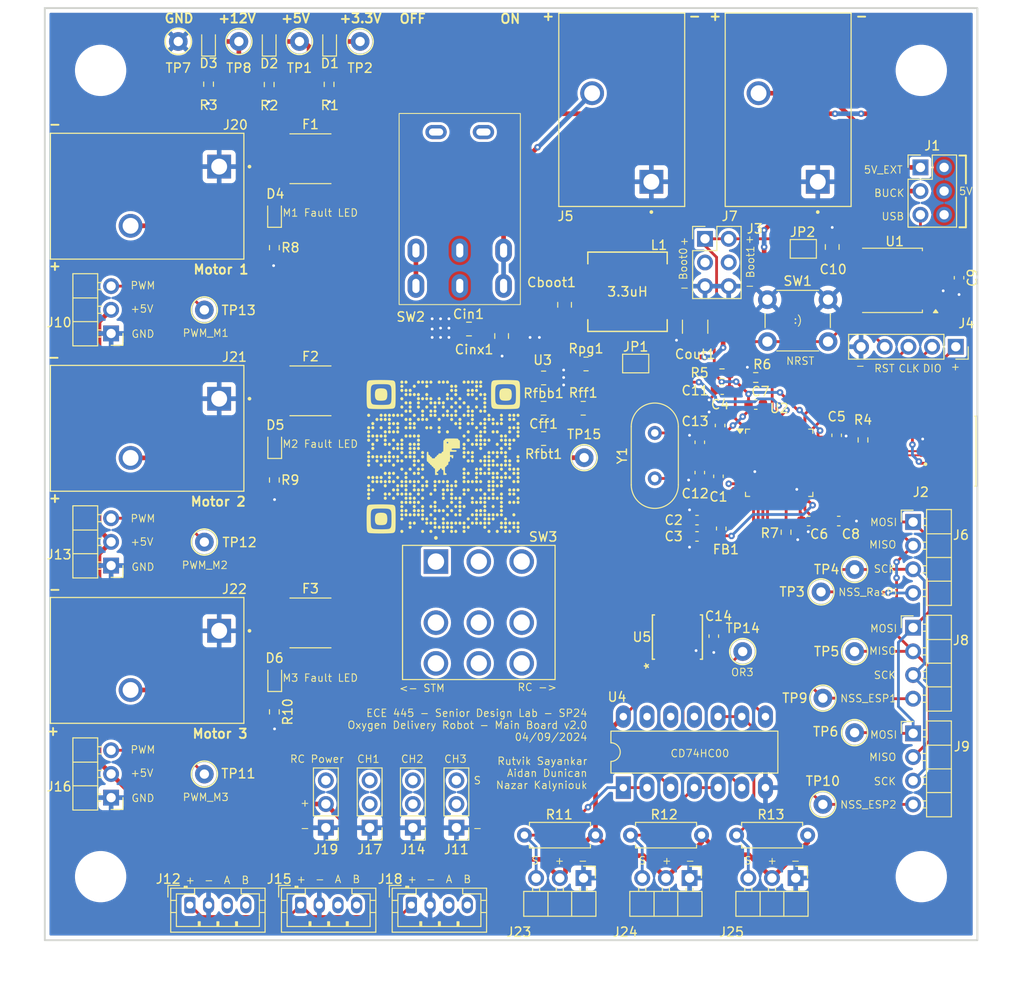
<source format=kicad_pcb>
(kicad_pcb (version 20240108) (generator "pcbnew") (generator_version "8.0")
  (layers (0 "F.Cu" signal) (31 "B.Cu" power) (34 "B.Paste" user) (35 "F.Paste" user) (36 "B.SilkS" user "B.Silkscreen") (37 "F.SilkS" user "F.Silkscreen") (38 "B.Mask" user) (39 "F.Mask" user) (44 "Edge.Cuts" user))
  (net 0 "")
  (net 1 "+3.3VA")
  (net 2 "GND")
  (net 3 "+3.3V")
  (net 4 "+5V")
  (net 5 "/NRST")
  (net 6 "/OSC_OUT")
  (net 7 "/OSC_IN")
  (net 8 "/BOOT")
  (net 9 "/SW")
  (net 10 "/FB")
  (net 11 "/Cff_Rff")
  (net 12 "+12V")
  (net 13 "/5V_BUCK")
  (net 14 "/PWR_LED_3V3_Cathode")
  (net 15 "/PWR_LED_5V_Cathode")
  (net 16 "/PWR_LED_12V_Cathode")
  (net 17 "/Motors/M1_Fault_LED_Cathode")
  (net 18 "/Motors/M2_Fault_LED_Cathode")
  (net 19 "/Motors/M3_Fault_LED_Cathode")
  (net 20 "VBUS")
  (net 21 "/5V_EXT")
  (net 23 "/USB_D-")
  (net 24 "/USB_D+")
  (net 25 "/BOOT0")
  (net 26 "/BOOT1")
  (net 27 "/SWDIO")
  (net 28 "/SWCLK")
  (net 29 "/SPI1_NSS_RasPi")
  (net 30 "/SPI1_MOSI")
  (net 31 "/SPI1_SCK")
  (net 32 "/SPI1_MISO")
  (net 33 "/SPI1_NSS_ESP1")
  (net 34 "/SPI1_NSS_ESP2")
  (net 35 "/PWM & Encoders & Limit Switches/M1_PWM")
  (net 37 "/PWM & Encoders & Limit Switches/RC_PWM1")
  (net 38 "/TIM4_CH1")
  (net 39 "/TIM4_CH2")
  (net 40 "/PWM & Encoders & Limit Switches/M2_PWM")
  (net 42 "/PWM & Encoders & Limit Switches/RC_PWM2")
  (net 43 "/TIM3_CH1")
  (net 44 "/TIM3_CH2")
  (net 45 "/PWM & Encoders & Limit Switches/M3_PWM")
  (net 46 "/PWM & Encoders & Limit Switches/RC_PWM3")
  (net 48 "/TIM2_CH2")
  (net 49 "/TIM2_CH1")
  (net 51 "/PG")
  (net 52 "/PowerSwitchOff")
  (net 53 "/12VPowerInput")
  (net 54 "/TIM1_CH3")
  (net 55 "/TIM1_CH1")
  (net 56 "/TIM1_CH2")
  (net 57 "/OR3")
  (net 72 "/LimitSwitchOR3/LimitSwitch1")
  (net 73 "/LimitSwitchOR3/LimitSwitch2")
  (net 74 "/Motors/Motor1PowerOut")
  (net 75 "/Motors/Motor2PowerOut")
  (net 76 "/Motors/Motor3PowerOut")
  (net 77 "/LimitSwitchOR3/LimitSwitch3")
  (net 80 "/LimitSwitchOR3/LimitSwitchOUT1")
  (net 82 "/LimitSwitchOR3/LimitSwitchOUT3")
  (net 85 "/LimitSwitchOR3/LimitSwitchOUT2")
  (net 88 "/REG_OUT")
  (net 89 "/5V_BUCK_JumperIN")
  (footprint "TestPoint:TestPoint_Keystone_5000-5004_Miniature" (layer "F.Cu") (at 174 109.2)
    (property "Reference" "TP3")
    (property "Value" "Orange")
  )
  (footprint "Resistor_SMD:R_0603_1608Metric" (layer "F.Cu") (at 115.38 97.2 -90)
    (property "Reference" "R9")
    (property "Value" "1.5k")
  )
  (footprint "Connector_PinHeader_2.54mm:PinHeader_1x04_P2.54mm_Horizontal" (layer "F.Cu") (at 183.875 124.38)
    (property "Reference" "J9")
    (property "Value" "Conn_01x04_Socket")
  )
  (footprint "Capacitor_SMD:C_0805_2012Metric" (layer "F.Cu") (at 136.25 81 180)
    (property "Reference" "Cin1")
    (property "Value" "15uF")
  )
  (footprint "Capacitor_SMD:C_0603_1608Metric" (layer "F.Cu") (at 160.7 103.25 180)
    (property "Reference" "C3")
    (property "Value" "1u")
  )
  (footprint "MountingHole:MountingHole_5mm" (layer "F.Cu") (at 184.75 53.25)
    (property "Reference" "H2" (hide yes))
    (property "Value" "MountingHole")
  )
  (footprint "MountingHole:MountingHole_5mm" (layer "F.Cu") (at 96.75 139.75)
    (property "Reference" "H3" (hide yes))
    (property "Value" "MountingHole")
  )
  (footprint "CustomFootprints:SW_GF-161-0005" (layer "F.Cu") (at 137.3026 111.4078 180)
    (property "Reference" "SW3")
    (property "Value" "Slide")
  )
  (footprint "Crystal:Crystal_HC49-U_Vertical" (layer "F.Cu") (at 156.175 92.15 -90)
    (property "Reference" "Y1")
    (property "Value" "8MHz Crystal")
  )
  (footprint "TestPoint:TestPoint_Keystone_5000-5004_Miniature" (layer "F.Cu") (at 177.6 115.6)
    (property "Reference" "TP5")
    (property "Value" "Orange")
  )
  (footprint "Resistor_SMD:R_0603_1608Metric" (layer "F.Cu") (at 108.325001 54.73 -90)
    (property "Reference" "R3")
    (property "Value" "1.5k")
  )
  (footprint "Capacitor_SMD:C_0603_1608Metric" (layer "F.Cu") (at 172.675 101.6 180)
    (property "Reference" "C6")
    (property "Value" "100n")
  )
  (footprint "MountingHole:MountingHole_5mm" (layer "F.Cu") (at 96.75 53.25)
    (property "Reference" "H1" (hide yes))
    (property "Value" "MountingHole")
  )
  (footprint "LED_SMD:LED_0603_1608Metric" (layer "F.Cu") (at 108.325001 50.23 90)
    (property "Reference" "D3")
    (property "Value" "LED")
  )
  (footprint "Resistor_SMD:R_0603_1608Metric" (layer "F.Cu") (at 163.375 85.8)
    (property "Reference" "R5")
    (property "Value" "10k")
  )
  (footprint "Connector_PinHeader_2.54mm:PinHeader_1x03_P2.54mm_Vertical" (layer "F.Cu") (at 134.9 134.5 180)
    (property "Reference" "J11")
    (property "Value" "Conn_01x03_Socket")
  )
  (footprint "Connector_JST:JST_PH_B4B-PH-K_1x04_P2.00mm_Vertical" (layer "F.Cu") (at 118.2 142.8)
    (property "Reference" "J15")
    (property "Value" "Conn_01x04_Socket")
  )
  (footprint "Connector_PinHeader_2.54mm:PinHeader_1x03_P2.54mm_Horizontal" (layer "F.Cu") (at 97.875 106.375 180)
    (property "Reference" "J13")
    (property "Value" "Conn_01x03_Socket")
  )
  (footprint "Connector_PinHeader_2.54mm:PinHeader_1x03_P2.54mm_Vertical" (layer "F.Cu") (at 125.6 134.5 180)
    (property "Reference" "J17")
    (property "Value" "Conn_01x03_Socket")
  )
  (footprint "Connector_PinHeader_2.54mm:PinHeader_2x03_P2.54mm_Vertical" (layer "F.Cu") (at 161.56 71.32)
    (property "Reference" "J3")
    (property "Value" "Conn_02x03_Odd_Even")
  )
  (footprint "Connector_PinHeader_2.54mm:PinHeader_2x03_P2.54mm_Vertical" (layer "F.Cu") (at 184.66 63.66)
    (property "Reference" "J1")
    (property "Value" "Conn_02x03_Odd_Even")
  )
  (footprint "TestPoint:TestPoint_Keystone_5000-5004_Miniature" (layer "F.Cu") (at 177.6 106.8)
    (property "Reference" "TP4")
    (property "Value" "Orange")
  )
  (footprint "CustomFootprints:PHOENIX_1017521" (layer "F.Cu") (at 91.3625 60 -90)
    (property "Reference" "J20")
    (property "Value" "Screw_Terminal_01x02")
  )
  (footprint "Connector_PinHeader_2.54mm:PinHeader_1x03_P2.54mm_Horizontal" (layer "F.Cu") (at 159.905 139.9 -90)
    (property "Reference" "J24")
    (property "Value" "Conn_01x03_Socket")
  )
  (footprint "Connector_JST:JST_PH_B4B-PH-K_1x04_P2.00mm_Vertical" (layer "F.Cu") (at 106.325 142.8)
    (property "Reference" "J12")
    (property "Value" "Conn_01x04_Socket")
  )
  (footprint "Capacitor_SMD:C_0603_1608Metric" (layer "F.Cu") (at 175.9 101.6)
    (property "Reference" "C8")
    (property "Value" "10u")
  )
  (footprint "Capacitor_SMD:C_0603_1608Metric" (layer "F.Cu") (at 163.175 91.35 90)
    (property "Reference" "C4")
    (property "Value" "100n")
  )
  (footprint "Connector_PinHeader_2.54mm:PinHeader_1x03_P2.54mm_Vertical" (layer "F.Cu") (at 120.9 134.5 180)
    (property "Reference" "J19")
    (property "Value" "Conn_01x03_Socket")
  )
  (footprint "Package_TO_SOT_SMD:TO-252-2" (layer "F.Cu") (at 181.56 75.78 180)
    (property "Reference" "U1")
    (property "Value" "AZ1117-3.3")
  )
  (footprint "Resistor_SMD:R_0805_2012Metric" (layer "F.Cu") (at 148.8 84.75)
    (property "Reference" "Rpg1")
    (property "Value" "100k")
  )
  (footprint "TestPoint:TestPoint_Keystone_5000-5004_Miniature" (layer "F.Cu") (at 107.875 78.95)
    (property "Reference" "TP13")
    (property "Value" "White")
  )
  (footprint "Package_QFP:LQFP-48_7x7mm_P0.5mm" (layer "F.Cu") (at 169.5125 95.35)
    (property "Reference" "U2")
    (property "Value" "STM32F103C8T6TR")
  )
  (footprint "Connector_PinHeader_2.54mm:PinHeader_1x03_P2.54mm_Horizontal" (layer "F.Cu") (at 148.53 139.9 -90)
    (property "Reference" "J23")
    (property "Value" "Conn_01x03_Socket")
  )
  (footprint "Capacitor_SMD:C_0603_1608Metric" (layer "F.Cu") (at 160.7 101.5 180)
    (property "Reference" "C2")
    (property "Value" "1u")
  )
  (footprint "TestPoint:TestPoint_Keystone_5000-5004_Miniature" (layer "F.Cu") (at 174.2 120.6)
    (property "Reference" "TP9")
    (property "Value" "Orange")
  )
  (footprint "Resistor_SMD:R_0603_1608Metric" (layer "F.Cu") (at 114.825 54.7675 -90)
    (property "Reference" "R2")
    (property "Value" "1.5k")
  )
  (footprint "Resistor_SMD:R_0805_2012Metric" (layer "F.Cu") (at 144.25 86.25 180)
    (property "Reference" "Rfbb1")
    (property "Value" "10k")
  )
  (footprint "Connector_PinHeader_2.54mm:PinHeader_1x03_P2.54mm_Horizontal" (layer "F.Cu") (at 97.875 81.475 180)
    (property "Reference" "J10")
    (property "Value" "Conn_01x03_Socket")
  )
  (footprint "Resistor_THT:R_Axial_DIN0207_L6.3mm_D2.5mm_P7.62mm_Horizontal" (layer "F.Cu") (at 172.565 135.3 180)
    (property "Reference" "R13")
    (property "Value" "10k")
  )
  (footprint "LED_SMD:LED_0603_1608Metric" (layer "F.Cu") (at 115.4 68.6 90)
    (property "Reference" "D4")
    (property "Value" "LED")
  )
  (footprint "LED_SMD:LED_0603_1608Metric" (layer "F.Cu") (at 115.42 93.4 90)
    (property "Reference" "D5")
    (property "Value" "LED")
  )
  (footprint "Jumper:SolderJumper-2_P1.3mm_Open_TrianglePad1.0x1.5mm" (layer "F.Cu") (at 172.1 72.4 180)
    (property "Reference" "JP2")
    (property "Value" "SolderJumper_2_Open")
  )
  (footprint "TestPoint:TestPoint_Keystone_5000-5004_Miniature" (layer "F.Cu") (at 107.875 128.75)
    (property "Reference" "TP11")
    (property "Value" "White")
  )
  (footprint "Capacitor_SMD:C_0603_1608Metric" (layer "F.Cu") (at 175.675 92.4 -90)
    (property "Reference" "C5")
    (property "Value" "100n")
  )
  (footprint "Capacitor_SMD:C_0603_1608Metric" (layer "F.Cu") (at 161 93.15 -90)
    (property "Reference" "C13")
    (property "Value" "20p")
  )
  (footprint "Connector_PinHeader_2.54mm:PinHeader_1x04_P2.54mm_Horizontal" (layer "F.Cu") (at 183.875 113.04)
    (property "Reference" "J8")
    (property "Value" "Conn_01x04_Socket")
  )
  (footprint "TestPoint:TestPoint_Keystone_5000-5004_Miniature" (layer "F.Cu") (at 148.6 94.8)
    (property "Reference" "TP15")
    (property "Value" "5V_Buck")
  )
  (footprint "Resistor_THT:R_Axial_DIN0207_L6.3mm_D2.5mm_P7.62mm_Horizontal" (layer "F.Cu") (at 149.815 135.3 180)
    (property "Reference" "R11")
    (property "Value" "10k")
  )
  (footprint "Package_DIP:DIP-14_W7.62mm_LongPads" (layer "F.Cu") (at 152.8 130.2 90)
    (property "Reference" "U4")
    (property "Value" "CD74HC00_N_14")
  )
  (footprint "Button_Switch_THT:SW_PUSH_6mm_H7.3mm" (layer "F.Cu") (at 168.25 77.85)
    (property "Reference" "SW1")
    (property "Value" "SW_Push")
  )
  (footprint "TestPoint:TestPoint_Keystone_5000-5004_Miniature" (layer "F.Cu") (at 107.875 103.85)
    (property "Reference" "TP12")
    (property "Value" "White")
  )
  (footprint "CustomFootprints:IHLP3232DZER3R3M01" (layer "F.Cu") (at 153.25 77)
    (property "Reference" "L1")
    (property "Value" "3.3uH")
  )
  (footprint "Capacitor_SMD:C_0603_1608Metric" (layer "F.Cu") (at 161 96.4 90)
    (property "Reference" "C12")
    (property "Value" "20p")
  )
  (footprint "TestPoint:TestPoint_Keystone_5000-5004_Miniature" (layer "F.Cu") (at 105.075002 50.15)
    (property "Reference" "TP7")
    (property "Value" "GND")
  )
  (footprint "Connector_PinHeader_2.54mm:PinHeader_1x03_P2.54mm_Horizontal" (layer "F.Cu") (at 171.28 139.9 -90)
    (property "Reference" "J25")
    (property "Value" "Conn_01x03_Socket")
  )
  (footprint "TestPoint:TestPoint_Keystone_5000-5004_Miniature" (layer "F.Cu") (at 118.075001 50.15)
    (property "Reference" "TP1")
    (property "Value" "5V")
  )
  (footprint "CustomFootprints:SN74HCS4075PWR" (layer "F.Cu") (at 158.600028 114.04725 90)
    (property "Reference" "U5")
    (property "Value" "SN74HCS4075PWR" (hide yes))
  )
  (footprint "Connector_PinSocket_2.54mm:PinSocket_1x05_P2.54mm_Vertical" (layer "F.Cu") (at 188.45 82.9 -90)
    (property "Reference" "J4")
    (property "Value" "Conn_01x05_Pin")
  )
  (footprint "LED_SMD:LED_0603_1608Metric" (layer "F.Cu") (at 115.42 118.4 90)
    (property "Reference" "D6")
    (property "Value" "LED")
  )
  (footprint "Capacitor_SMD:C_1210_3225Metric" (layer "F.Cu") (at 160.5 80.75 -90)
    (property "Reference" "Cout1")
    (property "Value" "47uF")
  )
  (footprint "CustomFootprints:PHOENIX_1017521" (layer "F.Cu") (at 177.225 47.1 180)
    (property "Reference" "J7")
    (property "Value" "Screw_Terminal_01x02")
  )
  (footprint "Resistor_SMD:R_0603_1608Metric" (layer "F.Cu") (at 121.25 54.75 -90)
    (property "Reference" "R1")
    (property "Value" "1.5k")
  )
  (footprint "Resistor_THT:R_Axial_DIN0207_L6.3mm_D2.5mm_P7.62mm_Horizontal" (layer "F.Cu") (at 161.19 135.3 180)
    (property "Reference" "R12")
    (property "Value" "10k")
  )
  (footprint "MountingHole:MountingHole_5mm" (layer "F.Cu") (at 184.75 139.75)
    (property "Reference" "H4" (hide yes))
    (property "Value" "MountingHole")
  )
  (footprint "CustomFootprints:PHOENIX_1017521" (layer "F.Cu") (at 159.38 47.1 180)
    (property "Reference" "J5")
    (property "Value" "Screw_Terminal_01x02")
  )
  (footprint "Capacitor_SMD:C_0805_2012Metric" (layer "F.Cu") (at 146.5 78.4 90)
    (property "Reference" "Cboot1")
    (property "Value" "100nF")
  )
  (footprint "CustomFootprints:PHOENIX_1017521" (layer "F.Cu") (at 91.3625 84.9 -90)
    (property "Reference" "J21")
    (property "Value" "Screw_Terminal_01x02")
  )
  (footprint "Connector_PinHeader_2.54mm:PinHeader_1x03_P2.54mm_Horizontal" (layer "F.Cu") (at 97.875 131.275 180)
    (property "Reference" "J16")
    (property "Value" "Conn_01x03_Socket")
  )
  (footprint "TestPoint:TestPoint_Keystone_5000-5004_Miniature" (layer "F.Cu") (at 124.575002 50.15)
    (property "Reference" "TP2")
    (property "Value" "3.3V")
  )
  (footprint "Fuse:Fuse_2920_7451Metric" (layer "F.Cu") (at 119.25 112.53)
    (property "Reference" "F3")
    (property "Value" "Polyfuse")
  )
  (footprint "Capacitor_SMD:C_0603_1608Metric" (layer "F.Cu") (at 162.500028 113.94725 -90)
    (property "Reference" "C14")
    (property "Value" "100n")
  )
  (footprint "Connector_PinHeader_2.54mm:PinHeader_1x04_P2.54mm_Horizontal" (layer "F.Cu") (at 183.875 101.7)
    (property "Reference" "J6")
    (property "Value" "Conn_01x04_Socket")
  )
  (footprint "Resistor_SMD:R_0603_1608Metric" (layer "F.Cu") (at 178.5 92.9 -90)
    (property "Reference" "R4")
    (property "Value" "1.5k")
  )
  (footprint "Connector_JST:JST_PH_B4B-PH-K_1x04_P2.00mm_Vertical" (layer "F.Cu") (at 130.075 142.8)
    (property "Reference" "J18")
    (property "Value" "Conn_01x04_Socket")
  )
  (footprint "CustomFootprints:MTM8206NRA" (layer "F.Cu") (at 139.959 76.375 -90)
    (property "Reference" "SW2")
    (property "Value" "Toggle")
  )
  (footprint "Capacitor_SMD:C_0805_2012Metric" (layer "F.Cu") (at 139.75 81.75 -90)
    (property "Reference" "Cinx1")
    (property "Value" "100nF")
  )
  (footprint "LED_SMD:LED_0603_1608Metric" (layer "F.Cu") (at 114.825 50.23 90)
    (property "Reference" "D2")
    (property "Value" "LED")
  )
  (footprint "TestPoint:TestPoint_Keystone_5000-5004_Miniature" (layer "F.Cu") (at 165.6 115.6)
    (property "Reference" "TP14")
    (property "Value" "White")
  )
  (footprint "Jumper:SolderJumper-2_P1.3mm_Open_TrianglePad1.0x1.5mm" (layer "F.Cu") (at 154.125 84.7)
    (property "Reference" "JP1")
    (property "Value" "SolderJumper_2_Open")
  )
  (footprint "TestPoint:TestPoint_Keystone_5000-5004_Miniature" (layer "F.Cu") (at 111.575001 50.15)
    (property "Reference" "TP8")
    (property "Value" "12V")
  )
  (footprint "Capacitor_SMD:C_0805_2012Metric" (layer "F.Cu") (at 144.25 89.5 180)
    (property "Reference" "Cff1")
    (property "Value" "100pF")
  )
  (footprint "Capacitor_SMD:C_0603_1608Metric" (layer "F.Cu") (at 188.8 75.5 -90)
    (property "Reference" "C9")
    (property "Value" "10u")
  )
  (footprint "TestPoint:TestPoint_Keystone_5000-5004_Miniature" (layer "F.Cu") (at 174.2 132)
    (property "Reference" "TP10")
    (property "Value" "Orange")
  )
  (footprint "CustomFootprints:PHOENIX_1017521" (layer "F.Cu") (at 91.3625 109.8 -90)
    (property "Reference" "J22")
    (property "Value" "Screw_Terminal_01x02")
  )
  (footprint "Fuse:Fuse_2920_7451Metric" (layer "F.Cu") (at 119.25 87.63)
    (property "Reference" "F2")
    (property "Value" "Polyfuse")
  )
  (footprint "Resistor_SMD:R_0603_1608Metric" (layer "F.Cu") (at 170.25 102.8 -90)
    (property "Reference" "R7")
    (property "Value" "10k")
  )
  (footprint "Resistor_SMD:R_0603_1608Metric" (layer "F.Cu") (at 115.38 72.27 -90)
    (property "Reference" "R8")
    (property "Value" "1.5k")
  )
  (footprint "Resistor_SMD:R_0603_1608Metric" (layer "F.Cu") (at 115.38 122.07 -90)
    (property "Reference" "R10")
    (property "Value" "1.5k")
  )
  (footprint "Resistor_SMD:R_0603_1608Metric" (layer "F.Cu") (at 167 86.2 180)
    (property "Reference" "R6")
    (property "Value" "10k")
  )
  (footprint "Capacitor_SMD:C_0805_2012Metric" (layer "F.Cu") (at 175.2 72.2 90)
    (property "Reference" "C10")
    (property "Value" "22u")
  )
  (footprint "Connector_PinHeader_2.54mm:PinHeader_1x03_P2.54mm_Vertical" (layer "F.Cu") (at 130.233334 134.5 180)
    (property "Reference" "J14")
    (property "Value" "Conn_01x03_Socket")
  )
  (footprint "Capacitor_SMD:C_0603_1608Metric" (layer "F.Cu") (at 163.4 87.5 180)
    (property "Reference" "C11")
    (property "Value" "1u")
  )
  (footprint "CustomFootprints:RPA0010A" (layer "F.Cu") (at 144.149999 81.700001 90)
    (property "Reference" "U3")
    (property "Value" "TPS56637RPA")
  )
  (footprint "Resistor_SMD:R_0805_2012Metric" (layer "F.Cu") (at 148.5 89.5)
    (property "Reference" "Rff1")
    (property "Value" "20k")
  )
  (footprint "Inductor_SMD:L_0603_1608Metric" (layer "F.Cu") (at 163.3 102.4 90)
    (property "Reference" "FB1")
    (property "Value" "120R")
  )
  (footprint "Resistor_SMD:R_0805_2012Metric" (layer "F.Cu") (at 144.25 92.75)
    (property "Reference" "Rfbt1")
    (property "Value" "73.2k")
  )
  (footprint "TestPoint:TestPoint_Keystone_5000-5004_Miniature" (layer "F.Cu") (at 177.6 124.3)
    (property "Reference" "TP6")
    (property "Value" "Orange")
  )
  (footprint "LOGO" (layer "F.Cu") (at 133.5 94.7)
    (property "Reference" "G***" (hide yes))
    (property "Value" "LOGO" (hide yes))
  )
  (footprint "Fuse:Fuse_2920_7451Metric" (layer "F.Cu") (at 119.25 62.73)
    (property "Reference" "F1")
    (property "Value" "Polyfuse")
  )
  (footprint "Capacitor_SMD:C_0603_1608Metric" (layer "F.Cu") (at 167 89.1)
    (property "Reference" "C7")
    (property "Value" "100n")
  )
  (footprint "CustomFootprints:AMPHENOL_10118192-0002LF" (layer "F.Cu") (at 186.5 94.1 90)
    (property "Reference" "J2")
    (property "Value" "USB_B_Micro")
  )
  (footprint "LED_SMD:LED_0603_1608Metric" (layer "F.Cu") (at 121.305 50.23 90)
    (property "Reference" "D1")
    (property "Value" "LED")
  )
  (footprint "Capacitor_SMD:C_0603_1608Metric" (layer "F.Cu") (at 163 96.8 90)
    (property "Reference" "C1")
    (property "Value" "10n")
  )
  (gr_line (start 189.535 70.085) (end 188.835 70.085) (stroke (width 0.2)) (layer "F.SilkS"))
  (gr_line (start 189.535 65.385) (end 189.535 62.385) (stroke (width 0.2)) (layer "F.SilkS"))
  (gr_line (start 189.535 62.385) (end 188.835 62.385) (stroke (width 0.2)) (layer "F.SilkS"))
  (gr_line (start 189.535 66.885) (end 189.535 70.085) (stroke (width 0.2)) (layer "F.SilkS"))
  (gr_rect (start 90.765 46.57) (end 190.765 146.57) (stroke (width 0.2)) (fill none) (layer "Edge.Cuts"))
  (gr_text "MISO" (at 179.1 116 0) (layer "F.SilkS") (effects (font (size 0.8 0.8) (thickness 0.1)) (justify left bottom)))
  (gr_text "A" (at 121.8 140.5 0) (layer "F.SilkS") (effects (font (size 0.8 0.8) (thickness 0.1)) (justify left bottom)))
  (gr_text "ECE 445 - Senior Design Lab - SP24\nOxygen Delivery Robot - Main Board v2.0\n04/09/2024\n\nRutvik Sayankar\nAidan Dunican\nNazar Kalyniouk\n" (at 149 130.4 0) (layer "F.SilkS") (effects (font (size 0.8 0.8) (thickness 0.1)) (justify right bottom)))
  (gr_text "A" (at 109.9 140.6 0) (layer "F.SilkS") (effects (font (size 0.8 0.8) (thickness 0.1)) (justify left bottom)))
  (gr_text "-" (at 119.7 140.5 0) (layer "F.SilkS") (effects (font (size 0.8 0.8) (thickness 0.1)) (justify left bottom)))
  (gr_text "+" (at 91.1 74.8 0) (layer "F.SilkS") (effects (font (size 1 1) (thickness 0.2) (bold yes)) (justify left bottom)))
  (gr_text "MISO" (at 179.1 127.4 0) (layer "F.SilkS") (effects (font (size 0.8 0.8) (thickness 0.1)) (justify left bottom)))
  (gr_text "S" (at 142.9 138.5 0) (layer "F.SilkS") (effects (font (size 0.8 0.8) (thickness 0.1)) (justify left bottom)))
  (gr_text "BUCK" (at 179.635 66.885 0) (layer "F.SilkS") (effects (font (size 0.8 0.8) (thickness 0.1)) (justify left bottom)))
  (gr_text "GND" (at 100 82 0) (layer "F.SilkS") (effects (font (size 0.8 0.8) (thickness 0.1)) (justify left bottom)))
  (gr_text "+" (at 90.9 124.7 0) (layer "F.SilkS") (effects (font (size 1 1) (thickness 0.2) (bold yes)) (justify left bottom)))
  (gr_text "A" (at 133.7 140.5 0) (layer "F.SilkS") (effects (font (size 0.8 0.8) (thickness 0.1)) (justify left bottom)))
  (gr_text "-\n" (at 165.8 76.82 0) (layer "F.SilkS") (effects (font (size 0.8 0.8) (thickness 0.1)) (justify left bottom)))
  (gr_text "PWM" (at 99.9 101.8 0) (layer "F.SilkS") (effects (font (size 0.8 0.8) (thickness 0.1)) (justify left bottom)))
  (gr_text "+5V" (at 99.9 129.1 0) (layer "F.SilkS") (effects (font (size 0.8 0.8) (thickness 0.1)) (justify left bottom)))
  (gr_text "SCK" (at 179.6 118.6 0) (layer "F.SilkS") (effects (font (size 0.8 0.8) (thickness 0.1)) (justify left bottom)))
  (gr_text "-" (at 91.1 109.5 0) (layer "F.SilkS") (effects (font (size 1 1) (thickness 0.2) (bold yes)) (justify left bottom)))
  (gr_text "NSS_ESP1" (at 176 121.1 0) (layer "F.SilkS") (effects (font (size 0.8 0.8) (thickness 0.1)) (justify left bottom)))
  (gr_text "CH1" (at 124.2 127.6 0) (layer "F.SilkS") (effects (font (size 0.8 0.8) (thickness 0.1)) (justify left bottom)))
  (gr_text "B" (at 123.7 140.5 0) (layer "F.SilkS") (effects (font (size 0.8 0.8) (thickness 0.1)) (justify left bottom)))
  (gr_text "Motor 2" (at 106.3 100.1 0) (layer "F.SilkS") (effects (font (size 1 1) (thickness 0.2) (bold yes)) (justify left bottom)))
  (gr_text "RST" (at 179.65 85.7 0) (layer "F.SilkS") (effects (font (size 0.8 0.8) (thickness 0.1)) (justify left bottom)))
  (gr_text "CH3" (at 133.533332 127.6 0) (layer "F.SilkS") (effects (font (size 0.8 0.8) (thickness 0.1)) (justify left bottom)))
  (gr_text "-" (at 91 84.6 0) (layer "F.SilkS") (effects (font (size 1 1) (thickness 0.2) (bold yes)) (justify left bottom)))
  (gr_text "+5V" (at 99.9 104.3 0) (layer "F.SilkS") (effects (font (size 0.8 0.8) (thickness 0.1)) (justify left bottom)))
  (gr_text "B" (at 135.6 140.5 0) (layer "F.SilkS") (effects (font (size 0.8 0.8) (thickness 0.1)) (justify left bottom)))
  (gr_text ":)" (at 171 80.5 0) (layer "F.SilkS") (effects (font (size 0.8 0.8) (thickness 0.1)) (justify left bottom)))
  (gr_text "5V" (at 188.735 66.685 0) (layer "F.SilkS") (effects (font (size 0.8 0.8) (thickness 0.1)) (justify left bottom)))
  (gr_text "+" (at 105.8 140.6 0) (layer "F.SilkS") (effects (font (size 0.8 0.8) (thickness 0.1)) (justify left bottom)))
  (gr_text "S" (at 154.4 138.5 0) (layer "F.SilkS") (effects (font (size 0.8 0.8) (thickness 0.1)) (justify left bottom)))
  (gr_text "M2 Fault LED" (at 116.2 93.8 0) (layer "F.SilkS") (effects (font (size 0.8 0.8) (thickness 0.1)) (justify left bottom)))
  (gr_text "-" (at 147.9 138.5 0) (layer "F.SilkS") (effects (font (size 0.8 0.8) (thickness 0.1)) (justify left bottom)))
  (gr_text "+" (at 118.1 132.3 0) (layer "F.SilkS") (effects (font (size 0.8 0.8) (thickness 0.1)) (justify left bottom)))
  (gr_text "+" (at 158.8 72.02 0) (layer "F.SilkS") (effects (font (size 0.8 0.8) (thickness 0.1)) (justify left bottom)))
  (gr_text "PWM_M2" (at 105.4 106.8 0) (layer "F.SilkS") (effects (font (size 0.8 0.8) (thickness 0.1)) (justify left bottom)))
  (gr_text "-" (at 136.6 135 0) (layer "F.SilkS") (effects (font (size 0.8 0.8) (thickness 0.1)) (justify left bottom)))
  (gr_text "GND" (at 100 131.8 0) (layer "F.SilkS") (effects (font (size 0.8 0.8) (thickness 0.1)) (justify left bottom)))
  (gr_text "-" (at 177.6 48 0) (layer "F.SilkS") (effects (font (size 1 1) (thickness 0.2) (bold yes)) (justify left bottom)))
  (gr_text "-" (at 159.4 138.5 0) (layer "F.SilkS") (effects (font (size 0.8 0.8) (thickness 0.1)) (justify left bottom)))
  (gr_text "-" (at 177.65 85.4 0) (layer "F.SilkS") (effects (font (size 0.8 0.8) (thickness 0.1)) (justify left bottom)))
  (gr_text "GND" (at 100 107 0) (layer "F.SilkS") (effects (font (size 0.8 0.8) (thickness 0.1)) (justify left bottom)))
  (gr_text "CH2" (at 128.9 127.6 0) (layer "F.SilkS") (effects (font (size 0.8 0.8) (thickness 0.1)) (justify left bottom)))
  (gr_text "M1 Fault LED" (at 116.2 69 0) (layer "F.SilkS") (effects (font (size 0.8 0.8) (thickness 0.1)) (justify left bottom)))
  (gr_text "NSS_ESP2" (at 176 132.5 0) (layer "F.SilkS") (effects (font (size 0.8 0.8) (thickness 0.1)) (justify left bottom)))
  (gr_text "+" (at 187.85 85.5 0) (layer "F.SilkS") (effects (font (size 0.8 0.8) (thickness 0.1)) (justify left bottom)))
  (gr_text "+" (at 145.4 138.5 0) (layer "F.SilkS") (effects (font (size 0.8 0.8) (thickness 0.1)) (justify left bottom)))
  (gr_text "<- STM" (at 128.7 120 0) (layer "F.SilkS") (effects (font (size 0.8 0.8) (thickness 0.1)) (justify left bottom)))
  (gr_text "USB" (at 180.435 69.385 0) (layer "F.SilkS") (effects (font (size 0.8 0.8) (thickness 0.1)) (justify left bottom)))
  (gr_text "-" (at 159.7 48 0) (layer "F.SilkS") (effects (font (size 1 1) (thickness 0.2) (bold yes)) (justify left bottom)))
  (gr_text "-" (at 170.7 138.5 0) (layer "F.SilkS") (effects (font (size 0.8 0.8) (thickness 0.1)) (justify left bottom)))
  (gr_text "+" (at 117.7 140.5 0) (layer "F.SilkS") (effects (font (size 0.8 0.8) (thickness 0.1)) (justify left bottom)))
  (gr_text "MOSI" (at 179.2 125 0) (layer "F.SilkS") (effects (font (size 0.8 0.8) (thickness 0.1)) (justify left bottom)))
  (gr_text "+" (at 168.2 138.5 0) (layer "F.SilkS") (effects (font (size 0.8 0.8) (thickness 0.1)) (justify left bottom)))
  (gr_text "CD74HC00" (at 157.8 127 0) (layer "F.SilkS") (effects (font (size 0.8 0.8) (thickness 0.1)) (justify left bottom)))
  (gr_text "5V_EXT" (at 178.535 64.385 0) (layer "F.SilkS") (effects (font (size 0.8 0.8) (thickness 0.1)) (justify left bottom)))
  (gr_text "RC ->" (at 141.4 119.9 0) (layer "F.SilkS") (effects (font (size 0.8 0.8) (thickness 0.1)) (justify left bottom)))
  (gr_text "NSS_RasPi" (at 175.8 109.7 0) (layer "F.SilkS") (effects (font (size 0.8 0.8) (thickness 0.1)) (justify left bottom)))
  (gr_text "-" (at 107.8 140.6 0) (layer "F.SilkS") (effects (font (size 0.8 0.8) (thickness 0.1)) (justify left bottom)))
  (gr_text "+12V" (at 109.25 48.25 0) (layer "F.SilkS") (effects (font (size 1 1) (thickness 0.2) (bold yes)) (justify left bottom)))
  (gr_text "Motor 3" (at 106.5 125 0) (layer "F.SilkS") (effects (font (size 1 1) (thickness 0.2) (bold yes)) (justify left bottom)))
  (gr_text "CLK" (at 182.25 85.7 0) (layer "F.SilkS") (effects (font (size 0.8 0.8) (thickness 0.1)) (justify left bottom)))
  (gr_text "+" (at 91.1 99.7 0) (layer "F.SilkS") (effects (font (size 1 1) (thickness 0.2) (bold yes)) (justify left bottom)))
  (gr_text "-" (at 91.1 59.6 0) (layer "F.SilkS") (effects (font (size 1 1) (thickness 0.2) (bold yes)) (justify left bottom)))
  (gr_text "-\n" (at 158.8 77.02 0) (layer "F.SilkS") (effects (font (size 0.8 0.8) (thickness 0.1)) (justify left bottom)))
  (gr_text "PWM" (at 99.9 76.8 0) (layer "F.SilkS") (effects (font (size 0.8 0.8) (thickness 0.1)) (justify left bottom)))
  (gr_text "OR3" (at 164.3 118.3 0) (layer "F.SilkS") (effects (font (size 0.8 0.8) (thickness 0.1)) (justify left bottom)))
  (gr_text "GND" (at 103.5 48.25 0) (layer "F.SilkS") (effects (font (size 1 1) (thickness 0.2) (bold yes)) (justify left bottom)))
  (gr_text "S" (at 136.7 129.9 0) (layer "F.SilkS") (effects (font (size 0.8 0.8) (thickness 0.1)) (justify left bottom)))
  (gr_text "+" (at 129.6 140.5 0) (layer "F.SilkS") (effects (font (size 0.8 0.8) (thickness 0.1)) (justify left bottom)))
  (gr_text "RC Power" (at 117 127.6 0) (layer "F.SilkS") (effects (font (size 0.8 0.8) (thickness 0.1)) (justify left bottom)))
  (gr_text "DIO" (at 184.85 85.7 0) (layer "F.SilkS") (effects (font (size 0.8 0.8) (thickness 0.1)) (justify left bottom)))
  (gr_text "Boot1" (at 166.9 75.6 90) (layer "F.SilkS") (effects (font (size 0.8 0.8) (thickness 0.1)) (justify left bottom)))
  (gr_text "ON" (at 139.5 48.3 0) (layer "F.SilkS") (effects (font (size 1 1) (thickness 0.2) (bold yes)) (justify left bottom)))
  (gr_text "+" (at 144 48 0) (layer "F.SilkS") (effects (font (size 1 1) (thickness 0.2) (bold yes)) (justify left bottom)))
  (gr_text "Motor 1" (at 106.6 75.2 0) (layer "F.SilkS") (effects (font (size 1 1) (thickness 0.2) (bold yes)) (justify left bottom)))
  (gr_text "MOSI" (at 179.2 102.2 0) (layer "F.SilkS") (effects (font (size 0.8 0.8) (thickness 0.1)) (justify left bottom)))
  (gr_text "SCK" (at 179.6 107.2 0) (layer "F.SilkS") (effects (font (size 0.8 0.8) (thickness 0.1)) (justify left bottom)))
  (gr_text "M3 Fault LED" (at 116.2 118.9 0) (layer "F.SilkS") (effects (font (size 0.8 0.8) (thickness 0.1)) (justify left bottom)))
  (gr_text "+5V" (at 116 48.25 0) (layer "F.SilkS") (effects (font (size 1 1) (thickness 0.2) (bold yes)) (justify left bottom)))
  (gr_text "NRST" (at 170.2 84.9 0) (layer "F.SilkS") (effects (font (size 0.8 0.8) (thickness 0.1)) (justify left bottom)))
  (gr_text "SCK" (at 179.6 130 0) (layer "F.SilkS") (effects (font (size 0.8 0.8) (thickness 0.1)) (justify left bottom)))
  (gr_text "+" (at 161.9 48 0) (layer "F.SilkS") (effects (font (size 1 1) (thickness 0.2) (bold yes)) (justify left bottom)))
  (gr_text "-" (at 131.6 140.5 0) (layer "F.SilkS") (effects (font (size 0.8 0.8) (thickness 0.1)) (justify left bottom)))
  (gr_text "+" (at 165.8 71.82 0) (layer "F.SilkS") (effects (font (size 0.8 0.8) (thickness 0.1)) (justify left bottom)))
  (gr_text "MOSI" (at 179.2 113.6 0) (layer "F.SilkS") (effects (font (size 0.8 0.8) (thickness 0.1)) (justify left bottom)))
  (gr_text "PWM" (at 99.9 126.6 0) (layer "F.SilkS") (effects (font (size 0.8 0.8) (thickness 0.1)) (justify left bottom)))
  (gr_text "S" (at 165.7 138.5 0) (layer "F.SilkS") (effects (font (size 0.8 0.8) (thickness 0.1)) (justify left bottom)))
  (gr_text "OFF" (at 128.7 48.3 0) (layer "F.SilkS") (effects (font (size 1 1) (thickness 0.2) (bold yes)) (justify left bottom)))
  (gr_text "PWM_M1" (at 105.5 81.9 0) (layer "F.SilkS") (effects (font (size 0.8 0.8) (thickness 0.1)) (justify left bottom)))
  (gr_text "B" (at 111.8 140.6 0) (layer "F.SilkS") (effects (font (size 0.8 0.8) (thickness 0.1)) (justify left bottom)))
  (gr_text "-" (at 118.1 135 0) (layer "F.SilkS") (effects (font (size 0.8 0.8) (thickness 0.1)) (justify left bottom)))
  (gr_text "+3.3V" (at 122.25 48.25 0) (layer "F.SilkS") (effects (font (size 1 1) (thickness 0.2) (bold yes)) (justify left bottom)))
  (gr_text "PWM_M3" (at 105.5 131.7 0) (layer "F.SilkS") (effects (font (size 0.8 0.8) (thickness 0.1)) (justify left bottom)))
  (gr_text "+" (at 156.9 138.5 0) (layer "F.SilkS") (effects (font (size 0.8 0.8) (thickness 0.1)) (justify left bottom)))
  (gr_text "+5V" (at 99.9 79.3 0) (layer "F.SilkS") (effects (font (size 0.8 0.8) (thickness 0.1)) (justify left bottom)))
  (gr_text "MISO" (at 179.1 104.6 0) (layer "F.SilkS") (effects (font (size 0.8 0.8) (thickness 0.1)) (justify left bottom)))
  (gr_text "Boot0" (at 159.7 75.8 90) (layer "F.SilkS") (effects (font (size 0.8 0.8) (thickness 0.1)) (justify left bottom)))
  (segment (start 163 98.2) (end 161.475 99.725) (width 0.3) (layer "F.Cu") (net 1))
  (segment (start 163.975 96.6) (end 163 97.575) (width 0.3) (layer "F.Cu") (net 1))
  (segment (start 162.3 101.5) (end 162.4125 101.6125) (width 0.3) (layer "F.Cu") (net 1))
  (segment (start 162.4125 101.6125) (end 163.3 101.6125) (width 0.3) (layer "F.Cu") (net 1))
  (segment (start 161.475 101.5) (end 162.3 101.5) (width 0.3) (layer "F.Cu") (net 1))
  (segment (start 163 97.575) (end 163 98.2) (width 0.3) (layer "F.Cu") (net 1))
  (segment (start 165.35 96.6) (end 163.975 96.6) (width 0.3) (layer "F.Cu") (net 1))
  (segment (start 161.475 99.725) (end 161.475 101.5) (width 0.3) (layer "F.Cu") (net 1))
  (segment (start 108.325001 56.774999) (end 108.3 56.8) (width 0.5) (layer "F.Cu") (net 2))
  (segment (start 175.2 71.25) (end 175.2 70.1) (width 0.3) (layer "F.Cu") (net 2))
  (segment (start 115.38 123.88) (end 115.4 123.9) (width 0.5) (layer "F.Cu") (net 2))
  (segment (start 170.275 103.6) (end 170.25 103.625) (width 0.3) (layer "F.Cu") (net 2))
  (segment (start 160.475 82.2) (end 160.5 82.225) (width 0.5) (layer "F.Cu") (net 2))
  (segment (start 159.925 100.425) (end 159.9 100.4) (width 0.3) (layer "F.Cu") (net 2))
  (segment (start 175.992564 93.175) (end 175.675 93.175) (width 0.3) (layer "F.Cu") (net 2))
  (segment (start 115.38 98.025) (end 115.38 99.28) (width 0.5) (layer "F.Cu") (net 2))
  (segment (start 115.38 74.12) (end 115.3 74.2) (width 0.5) (layer "F.Cu") (net 2))
  (segment (start 142.749999 82.630002) (end 142.749999 81.950001) (width 0.3) (layer "F.Cu") (net 2))
  (segment (start 171.7625 100.6625) (end 171.9 100.8) (width 0.3) (layer "F.Cu") (net 2))
  (segment (start 162.500028 115.699972) (end 162.5 115.7) (width 0.3) (layer "F.Cu") (net 2))
  (segment (start 171.9 100.8) (end 171.9 101.6) (width 0.3) (layer "F.Cu") (net 2))
  (segment (start 165.35 96.1) (end 166.7 96.1) (width 0.3) (layer "F.Cu") (net 2))
  (segment (start 162.625 87.5) (end 162.625 87.975) (width 0.3) (layer "F.Cu") (net 2))
  (segment (start 166.175 86.2) (end 166.175 85.175) (width 0.3) (layer "F.Cu") (net 2))
  (segment (start 159.925 101.5) (end 159.925 103.25) (width 0.3) (layer "F.Cu") (net 2))
  (segment (start 115.38 73.095) (end 115.38 74.12) (width 0.5) (layer "F.Cu") (net 2))
  (segment (start 142.749999 81.950001) (end 142.8 81.9) (width 0.3) (layer "F.Cu") (net 2))
  (segment (start 160.549986 117) (end 160.549986 115.550014) (width 0.3) (layer "F.Cu") (net 2))
  (segment (start 161 97.175) (end 161.85 97.175) (width 0.3) (layer "F.Cu") (net 2))
  (segment (start 160.549986 115.550014) (end 160.6 115.5) (width 0.3) (layer "F.Cu") (net 2))
  (segment (start 166.7 96.1) (end 166.9 96.3) (width 0.3) (layer "F.Cu") (net 2))
  (segment (start 176.675 101.6) (end 177.8 101.6) (width 0.3) (layer "F.Cu") (net 2))
  (segment (start 114.825 56.575) (end 114.8 56.6) (width 0.5) (layer "F.Cu") (net 2))
  (segment (start 167.775 89.83438) (end 167.775 89.1) (width 0.3) (layer "F.Cu") (net 2))
  (segment (start 174.8 93.1) (end 174.875 93.175) (width 0.3) (layer "F.Cu") (net 2))
  (segment (start 164.1 96.1) (end 164.025 96.025) (width 0.3) (layer "F.Cu") (net 2))
  (segment (start 171.7625 98.5625) (end 171.4 98.2) (width 0.3) (layer "F.Cu") (net 2))
  (segment (start 171.7625 99.5125) (end 171.7625 100.6625) (width 0.3) (layer "F.Cu") (net 2))
  (segment (start 161 97.175) (end 159.825 97.175) (width 0.3) (layer "F.Cu") (net 2))
  (segment (start 159.825 97.175) (end 159.8 97.2) (width 0.3) (layer "F.Cu") (net 2))
  (segment (start 161.85 97.175) (end 163 96.025) (width 0.3) (layer "F.Cu") (net 2))
  (segment (start 161 92.375) (end 159.925 92.375) (width 0.3) (layer "F.Cu") (net 2))
  (segment (start 173.675 93.1) (end 174.8 93.1) (width 0.3) (layer "F.Cu") (net 2))
  (segment (start 162.675 90.575) (end 163.175 90.575) (width 0.3) (layer "F.Cu") (net 2))
  (segment (start 176.688807 92.478757) (end 175.992564 93.175) (width 0.3) (layer "F.Cu") (net 2))
  (segment (start 159.925 101.5) (end 159.925 100.425) (width 0.3) (layer "F.Cu") (net 2))
  (segment (start 162 89.9) (end 162.675 90.575) (width 0.3) (layer "F.Cu") (net 2))
  (segment (start 162.500028 114.72225) (end 162.500028 115.699972) (width 0.3) (layer "F.Cu") (net 2))
  (segment (start 121.25 56.55) (end 121.3 56.6) (width 0.5) (layer "F.Cu") (net 2))
  (segment (start 158.5 82.2) (end 160.475 82.2) (width 0.5) (layer "F.Cu") (net 2))
  (segment (start 165.35 96.1) (end 164.1 96.1) (width 0.3) (layer "F.Cu") (net 2))
  (segment (start 115.38 99.28) (end 115.4 99.3) (width 0.5) (layer "F.Cu") (net 2))
  (segment (start 115.38 122.895) (end 115.38 123.88) (width 0.5) (layer "F.Cu") (net 2))
  (segment (start 144.399999 83.100001) (end 144.399999 83.599999) (width 0.3) (layer "F.Cu") (net 2))
  (segment (start 164.025 96.025) (end 163 96.025) (width 0.3) (layer "F.Cu") (net 2))
  (segment (start 186.5 92.8) (end 184.9 92.8) (width 0.3) (layer "F.Cu") (net 2))
  (segment (start 171.7625 99.5125) (end 171.7625 98.5625) (width 0.3) (layer "F.Cu") (net 2))
  (segment (start 172.626543 102.326543) (end 171.9 101.6) (width 0.3) (layer "F.Cu") (net 2))
  (segment (start 172.626543 102.746643) (end 172.626543 102.326543) (width 0.3) (layer "F.Cu") (net 2))
  (segment (start 159.925 103.25) (end 159.925 104.375) (width 0.3) (layer "F.Cu") (net 2))
  (segment (start 167.2625 91.1875) (end 167.2625 90.34688) (width 0.3) (layer "F.Cu") (net 2))
  (segment (start 159.925 104.375) (end 159.9 104.4) (width 0.3) (layer "F.Cu") (net 2))
  (segment (start 121.25 55.575) (end 121.25 56.55) (width 0.5) (layer "F.Cu") (net 2))
  (segment (start 167.2625 90.34688) (end 167.775 89.83438) (width 0.3) (layer "F.Cu") (net 2))
  (segment (start 171.5 103.6) (end 170.275 103.6) (width 0.3) (layer "F.Cu") (net 2))
  (segment (start 174.875 93.175) (end 175.675 93.175) (width 0.3) (layer "F.Cu") (net 2))
  (segment (start 114.825 55.5925) (end 114.825 56.575) (width 0.5) (layer "F.Cu") (net 2))
  (segment (start 139.75 83.85) (end 139.8 83.9) (width 0.3) (layer "F.Cu") (net 2))
  (segment (start 139.75 82.7) (end 139.75 83.85) (width 0.3) (layer "F.Cu") (net 2))
  (segment (start 162.625 87.975) (end 162 88.6) (width 0.3) (layer "F.Cu") (net 2))
  (segment (start 159.925 92.375) (end 159.9 92.4) (width 0.3) (layer "F.Cu") (net 2))
  (segment (start 108.325001 55.555) (end 108.325001 56.774999) (width 0.5) (layer "F.Cu") (net 2))
  (segment (start 166.175 85.175) (end 166.1 85.1) (width 0.3) (layer "F.Cu") (net 2))
  (via (at 171.4 98.2) (size 0.7) (drill 0.3) (layers "F.Cu" "B.Cu") (net 2))
  (via (at 159.9 92.4) (size 0.7) (drill 0.3) (layers "F.Cu" "B.Cu") (net 2))
  (via (at 132.3 81) (size 0.7) (drill 0.3) (layers "F.Cu" "B.Cu") (net 2))
  (via (at 133.2 79.9) (size 0.7) (drill 0.3) (layers "F.Cu" "B.Cu") (net 2))
  (via (at 146.4 87) (size 0.7) (drill 0.3) (layers "F.Cu" "B.Cu") (net 2))
  (via (at 158.5 82.2) (size 0.7) (drill 0.3) (layers "F.Cu" "B.Cu") (net 2))
  (via (at 162 89.9) (size 0.7) (drill 0.3) (layers "F.Cu" "B.Cu") (net 2))
  (via (at 132.3 79.9) (size 0.7) (drill 0.3) (layers "F.Cu" "B.Cu") (net 2))
  (via (at 134.1 79.9) (size 0.7) (drill 0.3) (layers "F.Cu" "B.Cu") (net 2))
  (via (at 139.8 83.9) (size 0.7) (drill 0.3) (layers "F.Cu" "B.Cu") (net 2))
  (via (at 172.626543 102.746643) (size 0.7) (drill 0.3) (layers "F.Cu" "B.Cu") (net 2))
  (via (at 142.8 81.9) (size 0.6) (drill 0.3) (layers "F.Cu" "B.Cu") (net 2))
  (via (at 108.3 56.8) (size 0.7) (drill 0.3) (layers "F.Cu" "B.Cu") (net 2))
  (via (at 143.8 81.9) (size 0.6) (drill 0.3) (layers "F.Cu" "B.Cu") (net 2))
  (via (at 176.688807 92.478757) (size 0.7) (drill 0.3) (layers "F.Cu" "B.Cu") (net 2))
  (via (at 132.3 81.9) (size 0.7) (drill 0.3) (layers "F.Cu" "B.Cu") (net 2))
  (via (at 115.4 99.3) (size 0.7) (drill 0.3) (layers "F.Cu" "B.Cu") (net 2))
  (via (at 166.1 85.1) (size 0.7) (drill 0.3) (layers "F.Cu" "B.Cu") (net 2))
  (via (at 115.3 74.2) (size 0.7) (drill 0.3) (layers "F.Cu" "B.Cu") (net 2))
  (via (at 133.2 81.9) (size 0.7) (drill 0.3) (layers "F.Cu" "B.Cu") (net 2))
  (via (at 146.4 86.2) (size 0.7) (drill 0.3) (layers "F.Cu" "B.Cu") (net 2))
  (via (at 184.9 92.8) (size 0.7) (drill 0.3) (layers "F.Cu" "B.Cu") (net 2))
  (via (at 146.4 85.4) (size 0.7) (drill 0.3) (layers "F.Cu" "B.Cu") (net 2))
  (via (at 160.6 115.5) (size 0.7) (drill 0.3) (layers "F.Cu" "B.Cu") (net 2))
  (via (at 115.4 123.9) (size 0.7) (drill 0.3) (layers "F.Cu" "B.Cu") (net 2))
  (via (at 121.3 56.6) (size 0.7) (drill 0.3) (layers "F.Cu" "B.Cu") (net 2))
  (via (at 187.1 76.9) (size 0.7) (drill 0.3) (layers "F.Cu" "B.Cu") (net 2))
  (via (at 159.8 97.2) (size 0.7) (drill 0.3) (layers "F.Cu" "B.Cu") (net 2))
  (via (at 188.8 77.3) (size 0.7) (drill 0.3) (layers "F.Cu" "B.Cu") (net 2))
  (via (at 171.5 103.6) (size 0.7) (drill 0.3) (layers "F.Cu" "B.Cu") (net 2))
  (via (at 133.2 80.9) (size 0.7) (drill 0.3) (layers "F.Cu" "B.Cu") (net 2))
  (via (at 166.9 96.3) (size 0.7) (drill 0.3) (layers "F.Cu" "B.Cu") (net 2))
  (via (at 159.9 100.4) (size 0.7) (drill 0.3) (layers "F.Cu" "B.Cu") (net 2))
  (via (at 175.2 70.1) (size 0.7) (drill 0.3) (layers "F.Cu" "B.Cu") (net 2))
  (via (at 162.5 115.7) (size 0.7) (drill 0.3) (layers "F.Cu" "B.Cu") (net 2))
  (via (at 159.9 104.4) (size 0.7) (drill 0.3) (layers "F.Cu" "B.Cu") (net 2))
  (via (at 162 88.6) (size 0.7) (drill 0.3) (layers "F.Cu" "B.Cu") (net 2))
  (via (at 177.8 101.6) (size 0.7) (drill 0.3) (layers "F.Cu" "B.Cu") (net 2))
  (via (at 134.1 80.9) (size 0.7) (drill 0.3) (layers "F.Cu" "B.Cu") (net 2))
  (via (at 134.1 81.9) (size 0.7) (drill 0.3) (layers "F.Cu" "B.Cu") (net 2))
  (via (at 114.8 56.6) (size 0.7) (drill 0.3) (layers "F.Cu" "B.Cu") (net 2))
  (segment (start 172.626543 102.746643) (end 171.773186 103.6) (width 0.3) (layer "B.Cu") (net 2))
  (segment (start 171.773186 103.6) (end 171.5 103.6) (width 0.3) (layer "B.Cu") (net 2))
  (segment (start 161.475 103.25) (end 162.35 103.25) (width 0.3) (layer "F.Cu") (net 3))
  (segment (start 179.275 92.075) (end 188.45 82.9) (width 0.3) (layer "F.Cu") (net 3))
  (segment (start 164.1 71.32) (end 161.56 71.32) (width 0.3) (layer "F.Cu") (net 3))
  (segment (start 169.7 72.4) (end 168.62 71.32) (width 0.3) (layer "F.Cu") (net 3))
  (segment (start 177.5 92.3) (end 177.275 92.075) (width 0.3) (layer "F.Cu") (net 3))
  (segment (start 166.225 89.775) (end 166.225 89.725) (width 0.3) (layer "F.Cu") (net 3))
  (segment (start 163.825 92.125) (end 163.175 92.125) (width 0.3) (layer "F.Cu") (net 3))
  (segment (start 162.35 103.25) (end 162.4125 103.1875) (width 0.3) (layer "F.Cu") (net 3))
  (segment (start 173.675 92.6) (end 174.7 92.6) (width 0.3) (layer "F.Cu") (net 3))
  (segment (start 171.5 89.7) (end 169.6 87.8) (width 0.3) (layer "F.Cu") (net 3))
  (segment (start 172.7125 99.5125) (end 173.1 99.9) (width 0.3) (layer "F.Cu") (net 3))
  (segment (start 118.2 142.8) (end 116.975 144.025) (width 0.3) (layer "F.Cu") (net 3))
  (segment (start 173.45 101.6) (end 175.125 101.6) (width 0.3) (layer "F.Cu") (net 3))
  (segment (start 162.55 78.15) (end 162.8 77.9) (width 0.3) (layer "F.Cu") (net 3))
  (segment (start 165.6 90.4) (end 166.225 89.775) (width 0.3) (layer "F.Cu") (net 3))
  (segment (start 119.425 144.025) (end 118.2 142.8) (width 0.3) (layer "F.Cu") (net 3))
  (segment (start 174.7 92.6) (end 175.675 91.625) (width 0.3) (layer "F.Cu") (net 3))
  (segment (start 173.675 92.125) (end 173.9 91.9) (width 0.3) (layer "F.Cu") (net 3))
  (segment (start 166.7625 91.1875) (end 166.7625 90.2625) (width 0.3) (layer "F.Cu") (net 3))
  (segment (start 168.62 71.32) (end 164.1 71.32) (width 0.3) (layer "F.Cu") (net 3))
  (segment (start 163.349145 86.650855) (end 163.349145 86.599145) (width 0.3) (layer "F.Cu") (net 3))
  (segment (start 166.225 89.725) (end 166.225 89.1) (width 0.3) (layer "F.Cu") (net 3))
  (segment (start 173.675 92.6) (end 173.675 92.125) (width 0.3) (layer "F.Cu") (net 3))
  (segment (start 162.4125 103.1875) (end 163.3 103.1875) (width 0.3) (layer "F.Cu") (net 3))
  (segment (start 128.85 144.025) (end 119.425 144.025) (width 0.3) (layer "F.Cu") (net 3))
  (segment (start 165.35 92.6) (end 164.3 92.6) (width 0.3) (layer "F.Cu") (net 3))
  (segment (start 121.305 49.4425) (end 121.8425 49.4425) (width 0.5) (layer "F.Cu") (net 3))
  (segment (start 162.55 85.8) (end 162.55 78.15) (width 0.3) (layer "F.Cu") (net 3))
  (segment (start 164.3875 103.1875) (end 164.4 103.2) (width 0.3) (layer "F.Cu") (net 3))
  (segment (start 164.3 92.6) (end 163.825 92.125) (width 0.3) (layer "F.Cu") (net 3))
  (segment (start 178.5 92.075) (end 179.275 92.075) (width 0.3) (layer "F.Cu") (net 3))
  (segment (start 121.8425 49.4425) (end 122.55 50.15) (width 0.5) (layer "F.Cu") (net 3))
  (segment (start 172.2625 100.3625) (end 173.45 101.55) (width 0.3) (layer "F.Cu") (net 3))
  (segment (start 163.3 103.1875) (end 164.3875 103.1875) (width 0.3) (layer "F.Cu") (net 3))
  (segment (start 166.7625 90.2625) (end 166.225 89.725) (width 0.3) (layer "F.Cu") (net 3))
  (segment (start 171.7 89.7) (end 171.5 89.7) (width 0.3) (layer "F.Cu") (net 3))
  (segment (start 122.55 50.15) (end 124.575002 50.15) (width 0.5) (layer "F.Cu") (net 3))
  (segment (start 163.349145 86.599145) (end 162.55 85.8) (width 0.3) (layer "F.Cu") (net 3))
  (segment (start 163.775 92.125) (end 164.555025 91.344975) (width 0.3) (layer "F.Cu") (net 3))
  (segment (start 162.8 77.9) (end 162.8 73.3) (width 0.3) (layer "F.Cu") (net 3))
  (segment (start 173.45 101.55) (end 173.45 101.6) (width 0.3) (layer "F.Cu") (net 3))
  (segment (start 171.375 72.4) (end 169.7 72.4) (width 0.3) (layer "F.Cu") (net 3))
  (segment (start 172.2625 99.5125) (end 172.2625 100.3625) (width 0.3) (layer "F.Cu") (net 3))
  (segment (start 177.275 92.075) (end 178.5 92.075) (width 0.3) (layer "F.Cu") (net 3))
  (segment (start 172.2625 99.5125) (end 172.7125 99.5125) (width 0.3) (layer "F.Cu") (net 3))
  (segment (start 162.8 73.3) (end 161.56 72.06) (width 0.3) (layer "F.Cu") (net 3))
  (segment (start 176.825 91.625) (end 177.275 92.075) (width 0.3) (layer "F.Cu") (net 3))
  (segment (start 161.56 72.06) (end 161.56 71.32) (width 0.3) (layer "F.Cu") (net 3))
  (segment (start 130.075 142.8) (end 128.85 144.025) (width 0.3) (layer "F.Cu") (net 3))
  (segment (start 116.975 144.025) (end 107.55 144.025) (width 0.3) (layer "F.Cu") (net 3))
  (segment (start 163.175 92.125) (end 163.775 92.125) (width 0.3) (layer "F.Cu") (net 3))
  (segment (start 166.225 89.1) (end 166.225 87.971657) (width 0.3) (layer "F.Cu") (net 3))
  (segment (start 166.225 87.971657) (end 164.9 86.646657) (width 0.3) (layer "F.Cu") (net 3))
  (segment (start 107.55 144.025) (end 106.325 142.8) (width 0.3) (layer "F.Cu") (net 3))
  (segment (start 175.675 91.625) (end 176.825 91.625) (width 0.3) (layer "F.Cu") (net 3))
  (via (at 171.7 89.7) (size 0.7) (drill 0.3) (layers "F.Cu" "B.Cu") (net 3))
  (via (at 164.555025 91.344975) (size 0.7) (drill 0.3) (layers "F.Cu" "B.Cu") (net 3))
  (via (at 166.225 87.971657) (size 0.7) (drill 0.3) (layers "F.Cu" "B.Cu") (net 3))
  (via (at 164.9 86.646657) (size 0.7) (drill 0.3) (layers "F.Cu" "B.Cu") (net 3))
  (via (at 173.1 99.9) (size 0.7) (drill 0.3) (layers "F.Cu" "B.Cu") (net 3))
  (via (at 163.349145 86.650855) (size 0.7) (drill 0.3) (layers "F.Cu" "B.Cu") (net 3))
  (via (at 164.4 103.2) (size 0.7) (drill 0.3) (layers "F.Cu" "B.Cu") (net 3))
  (via (at 165.6 90.4) (size 0.7) (drill 0.3) (layers "F.Cu" "B.Cu") (net 3))
  (via (at 169.6 87.8) (size 0.7) (drill 0.3) (layers "F.Cu" "B.Cu") (net 3))
  (via (at 173.9 91.9) (size 0.7) (drill 0.3) (layers "F.Cu" "B.Cu") (net 3))
  (segment (start 130.075 142.325) (end 130.075 142.8) (width 0.3) (layer "B.Cu") (net 3))
  (segment (start 164.555025 91.344975) (end 164.655025 91.344975) (width 0.3) (layer "B.Cu") (net 3))
  (segment (start 171.7 89.7) (end 173.9 91.9) (width 0.3) (layer "B.Cu") (net 3))
  (segment (start 163.349145 86.650855) (end 163.353343 86.646657) (width 0.3) (layer "B.Cu") (net 3))
  (segment (start 166.396657 87.8) (end 166.225 87.971657) (width 0.3) (layer "B.Cu") (net 3))
  (segment (start 166.7 100.9) (end 172.1 100.9) (width 0.3) (layer "B.Cu") (net 3))
  (segment (start 163.353343 86.646657) (end 164.9 86.646657) (width 0.3) (layer "B.Cu") (net 3))
  (segment (start 172.1 100.9) (end 173.1 99.9) (width 0.3) (layer "B.Cu") (net 3))
  (segment (start 169.6 87.8) (end 166.396657 87.8) (width 0.3) (layer "B.Cu") (net 3))
  (segment (start 164.655025 91.344975) (end 165.6 90.4) (width 0.3) (layer "B.Cu") (net 3))
  (segment (start 164.4 103.2) (end 166.7 100.9) (width 0.3) (layer "B.Cu") (net 3))
  (segment (start 160.549986 112.049986) (end 161.67225 113.17225) (width 0.3) (layer "F.Cu") (net 4))
  (segment (start 143.99 137.9) (end 145.99 139.9) (width 0.5) (layer "F.Cu") (net 4))
  (segment (start 178.3 57.9) (end 179.3 57.9) (width 0.5) (layer "F.Cu") (net 4))
  (segment (start 101.1 131.96) (end 120.9 131.96) (width 0.5) (layer "F.Cu") (net 4))
  (segment (start 160.549986 111.0945) (end 160.549986 112.049986) (width 0.3) (layer "F.Cu") (net 4))
  (segment (start 97.875 78.935) (end 96.575 80.235) (width 0.5) (layer "F.Cu") (net 4))
  (segment (start 163.29 137.4) (end 166.24 137.4) (width 0.5) (layer "F.Cu") (net 4))
  (segment (start 156.65007 118.72993) (end 152.8 122.58) (width 0.3) (layer "F.Cu") (net 4))
  (segment (start 119.1 56.3) (end 119.1 50.7) (width 0.5) (layer "F.Cu") (net 4))
  (segment (start 172.565 136.075) (end 172.565 135.3) (width 0.5) (layer "F.Cu") (net 4))
  (segment (start 118.55 50.15) (end 118.075001 50.15) (width 0.5) (layer "F.Cu") (net 4))
  (segment (start 96.575 102.535) (end 97.875 103.835) (width 0.5) (layer "F.Cu") (net 4))
  (segment (start 96.575 80.235) (end 96.575 102.535) (width 0.5) (layer "F.Cu") (net 4))
  (segment (start 116.05 50.15) (end 118.075001 50.15) (width 0.5) (layer "F.Cu") (net 4))
  (segment (start 160.549986 111.0945) (end 160.549986 110.249986) (width 0.3) (layer "F.Cu") (net 4))
  (segment (start 161.19 135.3) (end 163.29 137.4) (width 0.5) (layer "F.Cu") (net 4))
  (segment (start 157.365 139.9) (end 161.19 136.075) (width 0.5) (layer "F.Cu") (net 4))
  (segment (start 152.015 137.5) (end 154.965 137.5) (width 0.5) (layer "F.Cu") (net 4))
  (segment (start 120.7 57.9) (end 119.1 56.3) (width 0.5) (layer "F.Cu") (net 4))
  (segment (start 160.549986 110.249986) (end 160.3 110) (width 0.3) (layer "F.Cu") (net 4))
  (segment (start 123.2 134.26) (end 123.2 136.6) (width 0.5) (layer "F.Cu") (net 4))
  (segment (start 149.815 135.3) (end 152.015 137.5) (width 0.5) (layer "F.Cu") (net 4))
  (segment (start 175.5 57.9) (end 120.7 57.9) (width 0.5) (layer "F.Cu") (net 4))
  (segment (start 154.965 137.5) (end 157.365 139.9) (width 0.5) (layer "F.Cu") (net 4))
  (segment (start 168.74 139.9) (end 172.565 136.075) (width 0.5) (layer "F.Cu") (net 4))
  (segment (start 145.99 139.9) (end 146.6 139.29) (width 0.5) (layer "F.Cu") (net 4))
  (segment (start 114.825 49.4425) (end 115.3425 49.4425) (width 0.5) (layer "F.Cu") (net 4))
  (segment (start 149.5 135.3) (end 149.815 135.3) (width 0.5) (layer "F.Cu") (net 4))
  (segment (start 146.6 139.29) (end 146.6 138.2) (width 0.5) (layer "F.Cu") (net 4))
  (segment (start 96.575 105.135) (end 96.575 127.435) (width 0.5) (layer "F.Cu") (net 4))
  (segment (start 158.600028 110.199972) (end 158.600028 111.0945) (width 0.3) (layer "F.Cu") (net 4))
  (segment (start 160.3 110) (end 158.8 110) (width 0.3) (layer "F.Cu") (net 4))
  (segment (start 146.6 138.2) (end 149.5 135.3) (width 0.5) (layer "F.Cu") (net 4))
  (segment (start 149.815 125.565) (end 149.815 135.3) (width 0.5) (layer "F.Cu") (net 4))
  (segment (start 119.1 50.7) (end 118.55 50.15) (width 0.5) (layer "F.Cu") (net 4))
  (segment (start 97.875 128.735) (end 101.1 131.96) (width 0.5) (layer "F.Cu") (net 4))
  (segment (start 179.3 57.9) (end 182.6 61.2) (width 0.5) (layer "F.Cu") (net 4))
  (segment (start 97.875 103.835) (end 96.575 105.135) (width 0.5) (layer "F.Cu") (net 4))
  (segment (start 156.65007 117) (end 156.65007 118.72993) (width 0.3) (layer "F.Cu") (net 4))
  (segment (start 123.2 136.6) (end 124.5 137.9) (width 0.5) (layer "F.Cu") (net 4))
  (segment (start 161.67225 113.17225) (end 162.500028 113.17225) (width 0.3) (layer "F.Cu") (net 4))
  (segment (start 166.24 137.4) (end 168.74 139.9) (width 0.5) (layer "F.Cu") (net 4))
  (segment (start 161.19 136.075) (end 161.19 135.3) (width 0.5) (layer "F.Cu") (net 4))
  (segment (start 152.8 122.58) (end 149.815 125.565) (width 0.5) (layer "F.Cu") (net 4))
  (segment (start 184.74 61.2) (end 187.2 63.66) (width 0.5) (layer "F.Cu") (net 4))
  (segment (start 158.8 110) (end 158.600028 110.199972) (width 0.3) (layer "F.Cu") (net 4))
  (segment (start 115.3425 49.4425) (end 116.05 50.15) (width 0.5) (layer "F.Cu") (net 4))
  (segment (start 96.575 127.435) (end 97.875 128.735) (width 0.5) (layer "F.Cu") (net 4))
  (segment (start 120.9 131.96) (end 123.2 134.26) (width 0.5) (layer "F.Cu") (net 4))
  (segment (start 124.5 137.9) (end 143.99 137.9) (width 0.5) (layer "F.Cu") (net 4))
  (segment (start 182.6 61.2) (end 184.74 61.2) (width 0.5) (layer "F.Cu") (net 4))
  (via (at 175.5 57.9) (size 0.7) (drill 0.3) (layers "F.Cu" "B.Cu") (net 4))
  (via (at 178.3 57.9) (size 0.7) (drill 0.3) (layers "F.Cu" "B.Cu") (net 4))
  (segment (start 178.3 57.9) (end 175.5 57.9) (width 0.5) (layer "B.Cu") (net 4))
  (segment (start 165.35 95.6) (end 166.19062 95.6) (width 0.3) (layer "F.Cu") (net 5))
  (segment (start 168.25 82.35) (end 174.75 82.35) (width 0.3) (layer "F.Cu") (net 5))
  (segment (start 164.175 87.5) (end 164.175 86.825) (width 0.3) (layer "F.Cu") (net 5))
  (segment (start 164.175 86.825) (end 164.2 86.8) (width 0.3) (layer "F.Cu") (net 5))
  (segment (start 164.8 90.6) (end 164.8 88.125) (width 0.3) (layer "F.Cu") (net 5))
  (segment (start 164.8 88.125) (end 164.175 87.5) (width 0.3) (layer "F.Cu") (net 5))
  (segment (start 179.28 81.35) (end 180.83 82.9) (width 0.3) (layer "F.Cu") (net 5))
  (segment (start 174.75 82.35) (end 175.75 81.35) (width 0.3) (layer "F.Cu") (net 5))
  (segment (start 166.4375 92.2375) (end 164.8 90.6) (width 0.3) (layer "F.Cu") (net 5))
  (segment (start 166.4375 95.35312) (end 166.4375 92.2375) (width 0.3) (layer "F.Cu") (net 5))
  (segment (start 175.75 81.35) (end 179.28 81.35) (width 0.3) (layer "F.Cu") (net 5))
  (segment (start 166.95 82.35) (end 168.25 82.35) (width 0.3) (layer "F.Cu") (net 5))
  (segment (start 166.19062 95.6) (end 166.4375 95.35312) (width 0.3) (layer "F.Cu") (net 5))
  (segment (start 164.2 85.1) (end 166.95 82.35) (width 0.3) (layer "F.Cu") (net 5))
  (segment (start 164.2 85.8) (end 164.2 85.1) (width 0.3) (layer "F.Cu") (net 5))
  (segment (start 164.2 86.8) (end 164.2 85.8) (width 0.3) (layer "F.Cu") (net 5))
  (segment (start 161.675 95.625) (end 161 95.625) (width 0.3) (layer "F.Cu") (net 6))
  (segment (start 158.17 97.03) (end 156.175 97.03) (width 0.3) (layer "F.Cu") (net 6))
  (segment (start 161 95.625) (end 159.575 95.625) (width 0.3) (layer "F.Cu") (net 6))
  (segment (start 162.2 95.1) (end 161.675 95.625) (width 0.3) (layer "F.Cu") (net 6))
  (segment (start 165.35 95.1) (end 162.2 95.1) (width 0.3) (layer "F.Cu") (net 6))
  (segment (start 159.575 95.625) (end 158.17 97.03) (width 0.3) (layer "F.Cu") (net 6))
  (segment (start 163.225 93.925) (end 161 93.925) (width 0.3) (layer "F.Cu") (net 7))
  (segment (start 159.625 93.925) (end 157.85 92.15) (width 0.3) (layer "F.Cu") (net 7))
  (segment (start 157.85 92.15) (end 156.175 92.15) (width 0.3) (layer "F.Cu") (net 7))
  (segment (start 161 93.925) (end 159.625 93.925) (width 0.3) (layer "F.Cu") (net 7))
  (segment (start 165.35 94.6) (end 163.9 94.6) (width 0.3) (layer "F.Cu") (net 7))
  (segment (start 163.9 94.6) (end 163.225 93.925) (width 0.3) (layer "F.Cu") (net 7))
  (segment (start 146.07 80.83) (end 146.5 80.4) (width 0.3) (layer "F.Cu") (net 8))
  (segment (start 146.5 80.4) (end 146.5 79.35) (width 0.3) (layer "F.Cu") (net 8))
  (segment (start 145.549999 80.83) (end 146.07 80.83) (width 0.3) (layer "F.Cu") (net 8))
  (segment (start 143.3375 86.25) (end 143.3375 84.1625) (width 0.3) (layer "F.Cu") (net 10))
  (segment (start 143.3375 84.1625) (end 143.899999 83.600001) (width 0.3) (layer "F.Cu") (net 10))
  (segment (start 143.3375 91.3375) (end 143.3 91.3) (width 0.3) (layer "F.Cu") (net 10))
  (segment (start 143.3 91.3) (end 143.3 89.5) (width 0.3) (layer "F.Cu") (net 10))
  (segment (start 143.3 87.9) (end 143.3 89.5) (width 0.3) (layer "F.Cu") (net 10))
  (segment (start 143.3375 92.75) (end 143.3375 91.3375) (width 0.3) (layer "F.Cu") (net 10))
  (segment (start 143.3375 87.8625) (end 143.3 87.9) (width 0.3) (layer "F.Cu") (net 10))
  (segment (start 143.899999 83.600001) (end 143.899999 83.100001) (width 0.3) (layer "F.Cu") (net 10))
  (segment (start 143.3375 86.25) (end 143.3375 87.8625) (width 0.3) (layer "F.Cu") (net 10))
  (segment (start 145.2 89.5) (end 147.5875 89.5) (width 0.5) (layer "F.Cu") (net 11))
  (segment (start 108.325001 49.4425) (end 109.0425 49.4425) (width 0.5) (layer "F.Cu") (net 12))
  (segment (start 116.33272 58.5) (end 113.8 58.5) (width 0.5) (layer "F.Cu") (net 12))
  (segment (start 125.425 62.73) (end 122.6375 62.73) (width 0.5) (layer "F.Cu") (net 12))
  (segment (start 135.26 72.565) (end 125.425 62.73) (width 0.5) (layer "F.Cu") (net 12))
  (segment (start 120.56272 62.73) (end 116.33272 58.5) (width 0.5) (layer "F.Cu") (net 12))
  (segment (start 113.8 58.5) (end 111.575001 56.275001) (width 0.5) (layer "F.Cu") (net 12))
  (segment (start 109.0425 49.4425) (end 109.75 50.15) (width 0.5) (layer "F.Cu") (net 12))
  (segment (start 109.75 50.15) (end 111.575001 50.15) (width 0.5) (layer "F.Cu") (net 12))
  (segment (start 122.6375 62.73) (end 120.56272 62.73) (width 0.5) (layer "F.Cu") (net 12))
  (segment (start 111.575001 56.275001) (end 111.575001 50.15) (width 0.5) (layer "F.Cu") (net 12))
  (segment (start 161.5 84) (end 157.4 84) (width 0.5) (layer "F.Cu") (net 13))
  (segment (start 177.968629 66.2) (end 175.368629 68.8) (width 0.5) (layer "F.Cu") (net 13))
  (segment (start 169.5 68.8) (end 167.9 70.4) (width 0.5) (layer "F.Cu") (net 13))
  (segment (start 157.4 84) (end 156.7 84.7) (width 0.5) (layer "F.Cu") (net 13))
  (segment (start 163.5 83) (end 163.5 80.2) (width 0.5) (layer "F.Cu") (net 13))
  (segment (start 156.7 84.7) (end 154.854903 84.7) (width 0.5) (layer "F.Cu") (net 13))
  (segment (start 163.5 80.2) (end 167.9 75.8) (width 0.5) (layer "F.Cu") (net 13))
  (segment (start 175.368629 68.8) (end 169.5 68.8) (width 0.5) (layer "F.Cu") (net 13))
  (segment (start 184.66 66.2) (end 177.968629 66.2) (width 0.5) (layer "F.Cu") (net 13))
  (segment (start 167.9 75.8) (end 167.9 72.2) (width 0.5) (layer "F.Cu") (net 13))
  (via (at 167.9 70.4) (size 0.7) (drill 0.3) (layers "F.Cu" "B.Cu") (net 13))
  (via (at 167.9 72.2) (size 0.7) (drill 0.3) (layers "F.Cu" "B.Cu") (net 13))
  (via (at 163.5 83) (size 0.7) (drill 0.3) (layers "F.Cu" "B.Cu") (net 13))
  (via (at 161.5 84) (size 0.7) (drill 0.3) (layers "F.Cu" "B.Cu") (net 13))
  (segment (start 167.9 70.4) (end 167.9 72.2) (width 0.5) (layer "B.Cu") (net 13))
  (segment (start 163.5 83) (end 162.5 84) (width 0.5) (layer "B.Cu") (net 13))
  (segment (start 162.5 84) (end 161.5 84) (width 0.5) (layer "B.Cu") (net 13))
  (segment (start 121.305 51.0175) (end 121.305 53.87) (width 0.5) (layer "F.Cu") (net 14))
  (segment (start 121.305 53.87) (end 121.25 53.925) (width 0.5) (layer "F.Cu") (net 14))
  (segment (start 114.825 51.0175) (end 114.825 53.9425) (width 0.5) (layer "F.Cu") (net 15))
  (segment (start 108.325001 51.0175) (end 108.325001 53.905) (width 0.5) (layer "F.Cu") (net 16))
  (segment (start 115.4 71.425) (end 115.38 71.445) (width 0.5) (layer "F.Cu") (net 17))
  (segment (start 115.4 69.3875) (end 115.4 71.425) (width 0.5) (layer "F.Cu") (net 17))
  (segment (start 115.42 96.335) (end 115.38 96.375) (width 0.5) (layer "F.Cu") (net 18))
  (segment (start 115.42 94.1875) (end 115.42 96.335) (width 0.5) (layer "F.Cu") (net 18))
  (segment (start 115.42 121.205) (end 115.38 121.245) (width 0.5) (layer "F.Cu") (net 19))
  (segment (start 115.42 119.1875) (end 115.42 121.205) (width 0.5) (layer "F.Cu") (net 19))
  (segment (start 183.8 93.4) (end 183.8 90.4) (width 0.3) (layer "F.Cu") (net 20))
  (segment (start 184.677807 95.4) (end 184.494452 95.216645) (width 0.3) (layer "F.Cu") (net 20))
  (segment (start 189.9 81.95) (end 187.95 80) (width 0.3) (layer "F.Cu") (net 20))
  (segment (start 189.9 84.3) (end 189.9 81.95) (width 0.3) (layer "F.Cu") (net 20))
  (segment (start 183.8 90.4) (end 189.9 84.3) (width 0.3) (layer "F.Cu") (net 20))
  (segment (start 187.95 80) (end 185.3 80) (width 0.3) (layer "F.Cu") (net 20))
  (segment (start 185.3 80) (end 184.66 79.36) (width 0.3) (layer "F.Cu") (net 20))
  (segment (start 186.5 95.4) (end 184.677807 95.4) (width 0.3) (layer "F.Cu") (net 20))
  (segment (start 184.66 79.36) (end 184.66 68.74) (width 0.3) (layer "F.Cu") (net 20))
  (via (at 184.494452 95.216645) (size 0.7) (drill 0.3) (layers "F.Cu" "B.Cu") (net 20))
  (via (at 183.8 93.4) (size 0.7) (drill 0.3) (layers "F.Cu" "B.Cu") (net 20))
  (segment (start 183.8 94.522193) (end 183.8 93.4) (width 0.3) (layer "B.Cu") (net 20))
  (segment (start 184.494452 95.216645) (end 183.8 94.522193) (width 0.3) (layer "B.Cu") (net 20))
  (segment (start 174.6 55.7) (end 182.56 63.66) (width 0.5) (layer "F.Cu") (net 21))
  (segment (start 182.56 63.66) (end 184.66 63.66) (width 0.5) (layer "F.Cu") (net 21))
  (segment (start 167.3 55.7) (end 174.6 55.7) (width 0.5) (layer "F.Cu") (net 21))
  (segment (start 186.35 94.6) (end 186.5 94.75) (width 0.2) (layer "F.Cu") (net 23))
  (segment (start 173.675 94.6) (end 173.724999 94.550001) (width 0.2) (layer "F.Cu") (net 23))
  (segment (start 184.650001 94.550001) (end 184.7 94.6) (width 0.2) (layer "F.Cu") (net 23))
  (segment (start 173.724999 94.550001) (end 184.650001 94.550001) (width 0.2) (layer "F.Cu") (net 23))
  (segment (start 184.7 94.6) (end 186.35 94.6) (width 0.2) (layer "F.Cu") (net 23))
  (segment (start 173.675 94.1) (end 186.5 94.1) (width 0.2) (layer "F.Cu") (net 24))
  (segment (start 168.7625 87.1375) (end 167.825 86.2) (width 0.3) (layer "F.Cu") (net 25))
  (segment (start 168.7625 91.1875) (end 168.7625 87.1375) (width 0.3) (layer "F.Cu") (net 25))
  (segment (start 170.2625 100.9375) (end 170.25 100.95) (width 0.3) (layer "F.Cu") (net 26))
  (segment (start 170.2625 99.5125) (end 170.2625 100.9375) (width 0.3) (layer "F.Cu") (net 26))
  (segment (start 170.25 100.95) (end 170.25 101.975) (width 0.3) (layer "F.Cu") (net 26))
  (segment (start 172.5875 92.2125) (end 177.2 87.6) (width 0.3) (layer "F.Cu") (net 27))
  (segment (start 172.5875 93.35312) (end 172.5875 92.2125) (width 0.3) (layer "F.Cu") (net 27))
  (segment (start 172.83438 93.6) (end 172.5875 93.35312) (width 0.3) (layer "F.Cu") (net 27))
  (segment (start 177.2 87.6) (end 181.21 87.6) (width 0.3) (layer "F.Cu") (net 27))
  (segment (start 173.675 93.6) (end 172.83438 93.6) (width 0.3) (layer "F.Cu") (net 27))
  (segment (start 181.21 87.6) (end 185.91 82.9) (width 0.3) (layer "F.Cu") (net 27))
  (segment (start 179.87 86.4) (end 183.37 82.9) (width 0.3) (layer "F.Cu") (net 28))
  (segment (start 172.2625 90.1375) (end 176 86.4) (width 0.3) (layer "F.Cu") (net 28))
  (segment (start 176 86.4) (end 179.87 86.4) (width 0.3) (layer "F.Cu") (net 28))
  (segment (start 172.2625 91.1875) (end 172.2625 90.1375) (width 0.3) (layer "F.Cu") (net 28))
  (segment (start 181.2 109.3) (end 180.6 109.3) (width 0.3) (layer "F.Cu") (net 29))
  (segment (start 164.6 98.1) (end 165.35 98.1) (width 0.3) (layer "F.Cu") (net 29))
  (segment (start 180.5 109.2) (end 174 109.2) (width 0.3) (layer "F.Cu") (net 29))
  (segment (start 180.6 109.3) (end 180.5 109.2) (width 0.3) (layer "F.Cu") (net 29))
  (segment (start 164.3 98.4) (end 164.6 98.1) (width 0.3) (layer "F.Cu") (net 29))
  (segment (start 164.3 99.1) (end 164.3 98.4) (width 0.3) (layer "F.Cu") (net 29))
  (via (at 181.2 109.3) (size 0.7) (drill 0.3) (layers "F.Cu" "B.Cu") (net 29))
  (segment (start 181.22 109.32) (end 181.2 109.3) (width 0.3) (layer "B.Cu") (net 29))
  (segment (start 183.875 109.32) (end 181.22 109.32) (width 0.3) (layer "B.Cu") (net 29))
  (segment (start 173.23438 99) (end 178.3 99) (width 0.3) (layer "F.Cu") (net 30))
  (segment (start 181.2 124.3) (end 181.28 124.38) (width 0.3) (layer "F.Cu") (net 30))
  (segment (start 178.3 99) (end 181 101.7) (width 0.3) (layer "F.Cu") (net 30))
  (segment (start 181 101.7) (end 183.875 101.7) (width 0.3) (layer "F.Cu") (net 30))
  (segment (start 168.7625 99.5125) (end 168.7625 98.67188) (width 0.3) (layer "F.Cu") (net 30))
  (segment (start 185.6 103.425) (end 185.6 111.315) (width 0.3) (layer "F.Cu") (net 30))
  (segment (start 177.6 124.3) (end 181.2 124.3) (width 0.3) (layer "F.Cu") (net 30))
  (segment (start 185.6 111.315) (end 183.875 113.04) (width 0.3) (layer "F.Cu") (net 30))
  (segment (start 169.93438 97.5) (end 171.73438 97.5) (width 0.3) (layer "F.Cu") (net 30))
  (segment (start 181.28 124.38) (end 183.875 124.38) (width 0.3) (layer "F.Cu") (net 30))
  (segment (start 168.7625 98.67188) (end 169.93438 97.5) (width 0.3) (layer "F.Cu") (net 30))
  (segment (start 171.73438 97.5) (end 173.23438 99) (width 0.3) (layer "F.Cu") (net 30))
  (segment (start 183.875 101.7) (end 185.6 103.425) (width 0.3) (layer "F.Cu") (net 30))
  (segment (start 182.3 114.615) (end 182.3 121.5) (width 0.3) (layer "B.Cu") (net 30))
  (segment (start 183.875 123.075) (end 183.875 124.38) (width 0.3) (layer "B.Cu") (net 30))
  (segment (start 183.875 113.04) (end 182.3 114.615) (width 0.3) (layer "B.Cu") (net 30))
  (segment (start 182.3 121.5) (end 183.875 123.075) (width 0.3) (layer "B.Cu") (net 30))
  (segment (start 167.7625 99.5125) (end 167.7625 103.8625) (width 0.3) (layer "F.Cu") (net 31))
  (segment (start 170.7 106.8) (end 177.6 106.8) (width 0.3) (layer "F.Cu") (net 31))
  (segment (start 180 106.8) (end 180.02 106.78) (width 0.3) (layer "F.Cu") (net 31))
  (segment (start 177.6 106.8) (end 180 106.8) (width 0.3) (layer "F.Cu") (net 31))
  (segment (start 167.7625 103.8625) (end 170.7 106.8) (width 0.3) (layer "F.Cu") (net 31))
  (segment (start 180.02 106.78) (end 183.875 106.78) (width 0.3) (layer "F.Cu") (net 31))
  (segment (start 185.075 128.26) (end 183.875 129.46) (width 0.3) (layer "B.Cu") (net 31))
  (segment (start 185.075 107.98) (end 185.075 116.92) (width 0.3) (layer "B.Cu") (net 31))
  (segment (start 185.075 119.475) (end 185.075 128.26) (width 0.3) (layer "B.Cu") (net 31))
  (segment (start 183.875 118.275) (end 185.075 119.475) (width 0.3) (layer "B.Cu") (net 31))
  (segment (start 183.875 106.78) (end 185.075 107.98) (width 0.3) (layer "B.Cu") (net 31))
  (segment (start 183.875 118.12) (end 183.875 118.275) (width 0.3) (layer "B.Cu") (net 31))
  (segment (start 185.075 116.92) (end 183.875 118.12) (width 0.3) (layer "B.Cu") (net 31))
  (segment (start 183.875 115.58) (end 185.6 117.305) (width 0.3) (layer "F.Cu") (net 32))
  (segment (start 174.71005 103.7) (end 175.61005 102.8) (width 0.3) (layer "F.Cu") (net 32))
  (segment (start 182.1 107.7) (end 182.1 113.805) (width 0.3) (layer "F.Cu") (net 32))
  (segment (start 183.875 104.24) (end 183.86 104.24) (width 0.3) (layer "F.Cu") (net 32))
  (segment (start 171.68995 102.8) (end 172.58995 103.7) (width 0.3) (layer "F.Cu") (net 32))
  (segment (start 183.86 104.24) (end 182.1 106) (width 0.3) (layer "F.Cu") (net 32))
  (segment (start 168.2625 99.5125) (end 168.2625 101.4625) (width 0.3) (layer "F.Cu") (net 32))
  (segment (start 172.58995 103.7) (end 174.71005 103.7) (width 0.3) (layer "F.Cu") (net 32))
  (segment (start 182.435 102.8) (end 183.875 104.24) (width 0.3) (layer "F.Cu") (net 32))
  (segment (start 169.6 102.8) (end 171.68995 102.8) (width 0.3) (layer "F.Cu") (net 32))
  (segment (start 183.875 115.58) (end 177.62 115.58) (width 0.3) (layer "F.Cu") (net 32))
  (segment (start 175.61005 102.8) (end 182.435 102.8) (width 0.3) (layer "F.Cu") (net 32))
  (segment (start 185.6 125.195) (end 183.875 126.92) (width 0.3) (layer "F.Cu") (net 32))
  (segment (start 168.2625 101.4625) (end 169.6 102.8) (width 0.3) (layer "F.Cu") (net 32))
  (segment (start 185.6 117.305) (end 185.6 125.195) (width 0.3) (layer "F.Cu") (net 32))
  (segment (start 182.1 113.805) (end 183.875 115.58) (width 0.3) (layer "F.Cu") (net 32))
  (segment (start 177.62 115.58) (end 177.6 115.6) (width 0.3) (layer "F.Cu") (net 32))
  (via (at 182.1 107.7) (size 0.7) (drill 0.3) (layers "F.Cu" "B.Cu") (net 32))
  (via (at 182.1 106) (size 0.7) (drill 0.3) (layers "F.Cu" "B.Cu") (net 32))
  (segment (start 182.1 106) (end 182.1 107.7) (width 0.3) (layer "B.Cu") (net 32))
  (segment (start 178.26 120.66) (end 183.875 120.66) (width 0.3) (layer "F.Cu") (net 33))
  (segment (start 170 107) (end 170 116.4) (width 0.3) (layer "F.Cu") (net 33))
  (segment (start 178.2 120.6) (end 178.26 120.66) (width 0.3) (layer "F.Cu") (net 33))
  (segment (start 167.2625 99.5125) (end 167.2625 104.2625) (width 0.3) (layer "F.Cu") (net 33))
  (segment (start 167.2625 104.2625) (end 170 107) (width 0.3) (layer "F.Cu") (net 33))
  (segment (start 174.2 120.6) (end 178.2 120.6) (width 0.3) (layer "F.Cu") (net 33))
  (segment (start 170 116.4) (end 174.2 120.6) (width 0.3) (layer "F.Cu") (net 33))
  (segment (start 166.7625 105.7625) (end 169.1 108.1) (width 0.3) (layer "F.Cu") (net 34))
  (segment (start 169.1 108.1) (end 169.1 118.8) (width 0.3) (layer "F.Cu") (net 34))
  (segment (start 171.8 121.5) (end 171.8 129.6) (width 0.3) (layer "F.Cu") (net 34))
  (segment (start 174.2 132) (end 183.875 132) (width 0.3) (layer "F.Cu") (net 34))
  (segment (start 169.1 118.8) (end 171.8 121.5) (width 0.3) (layer "F.Cu") (net 34))
  (segment (start 166.7625 99.5125) (end 166.7625 105.7625) (width 0.3) (layer "F.Cu") (net 34))
  (segment (start 171.8 129.6) (end 174.2 132) (width 0.3) (layer "F.Cu") (net 34))
  (segment (start 105.32 76.395) (end 107.875 78.95) (width 0.3) (layer "F.Cu") (net 35))
  (segment (start 97.875 76.395) (end 105.32 76.395) (width 0.3) (layer "F.Cu") (net 35))
  (segment (start 170.3 89.7) (end 169.7625 90.2375) (width 0.3) (layer "F.Cu") (net 38))
  (segment (start 169.7625 90.2375) (end 169.7625 91.1875) (width 0.3) (layer "F.Cu") (net 38))
  (via (at 170.3 89.7) (size 0.7) (drill 0.3) (layers "F.Cu" "B.Cu") (net 38))
  (segment (start 170.3 89.7) (end 170.1 89.9) (width 0.3) (layer "B.Cu") (net 38))
  (segment (start 158.4 86.7) (end 156.4 86.7) (width 0.3) (layer "F.Cu") (net 39))
  (segment (start 169.2625 91.1875) (end 169.2625 89.4) (width 0.3) (layer "F.Cu") (net 39))
  (segment (start 160.069365 86.7) (end 158.4 86.7) (width 0.3) (layer "F.Cu") (net 39))
  (segment (start 169.2625 89.4) (end 169.4625 89.2) (width 0.3) (layer "F.Cu") (net 39))
  (segment (start 160.9 86.7) (end 160.069365 86.7) (width 0.3) (layer "F.Cu") (net 39))
  (via (at 160.9 86.7) (size 0.7) (drill 0.3) (layers "F.Cu" "B.Cu") (net 39))
  (via (at 169.4625 89.2) (size 0.7) (drill 0.3) (layers "F.Cu" "B.Cu") (net 39))
  (segment (start 162.7 88.31005) (end 161.08995 86.7) (width 0.3) (layer "B.Cu") (net 39))
  (segment (start 169.4625 89.2) (end 169.4625 89.1625) (width 0.3) (layer "B.Cu") (net 39))
  (segment (start 168.8 88.5) (end 167.2 88.5) (width 0.3) (layer "B.Cu") (net 39))
  (segment (start 167.2 88.5) (end 166.9 88.8) (width 0.3) (layer "B.Cu") (net 39))
  (segment (start 161.08995 86.7) (end 160.9 86.7) (width 0.3) (layer "B.Cu") (net 39))
  (segment (start 166.9 88.8) (end 163 88.8) (width 0.3) (layer "B.Cu") (net 39))
  (segment (start 162.7 88.5) (end 162.7 88.31005) (width 0.3) (layer "B.Cu") (net 39))
  (segment (start 169.4625 89.1625) (end 168.8 88.5) (width 0.3) (layer "B.Cu") (net 39))
  (segment (start 163 88.8) (end 162.7 88.5) (width 0.3) (layer "B.Cu") (net 39))
  (segment (start 97.875 101.295) (end 105.32 101.295) (width 0.3) (layer "F.Cu") (net 40))
  (segment (start 105.32 101.295) (end 107.875 103.85) (width 0.3) (layer "F.Cu") (net 40))
  (segment (start 107.875 128.75) (end 108.405 128.22) (width 0.3) (layer "F.Cu") (net 45))
  (segment (start 97.875 126.195) (end 105.32 126.195) (width 0.3) (layer "F.Cu") (net 45))
  (segment (start 105.32 126.195) (end 107.875 128.75) (width 0.3) (layer "F.Cu") (net 45))
  (segment (start 165.35 97.6) (end 164.1 97.6) (width 0.3) (layer "F.Cu") (net 48))
  (via (at 164.1 97.6) (size 0.7) (drill 0.3) (layers "F.Cu" "B.Cu") (net 48))
  (segment (start 147.0375 83.9) (end 147.8875 84.75) (width 0.3) (layer "F.Cu") (net 51))
  (segment (start 144.899997 83.399997) (end 145.4 83.9) (width 0.3) (layer "F.Cu") (net 51))
  (segment (start 145.4 83.9) (end 147.0375 83.9) (width 0.3) (layer "F.Cu") (net 51))
  (segment (start 144.899997 83.100001) (end 144.899997 83.399997) (width 0.3) (layer "F.Cu") (net 51))
  (segment (start 130.561 72.565) (end 130.561 76.375) (width 0.5) (layer "F.Cu") (net 52))
  (segment (start 143.6 61.5) (end 139.959 65.141) (width 0.5) (layer "F.Cu") (net 53))
  (segment (start 139.959 65.141) (end 139.959 72.565) (width 0.5) (layer "F.Cu") (net 53))
  (via (at 143.6 61.5) (size 0.7) (drill 0.3) (layers "F.Cu" "B.Cu") (net 53))
  (segment (start 139.959 72.565) (end 139.959 76.375) (width 0.5) (layer "B.Cu") (net 53))
  (segment (start 143.655 61.5) (end 143.6 61.5) (width 0.5) (layer "B.Cu") (net 53))
  (segment (start 149.455 55.7) (end 143.655 61.5) (width 0.5) (layer "B.Cu") (net 53))
  (segment (start 159.9 117.875544) (end 160.424456 118.4) (width 0.3) (layer "F.Cu") (net 57))
  (segment (start 162.8 118.4) (end 165.6 115.6) (width 0.3) (layer "F.Cu") (net 57))
  (segment (start 160.424456 118.4) (end 162.8 118.4) (width 0.3) (layer "F.Cu") (net 57))
  (segment (start 159.9 117) (end 159.9 117.875544) (width 0.3) (layer "F.Cu") (net 57))
  (segment (start 152.8 130.2) (end 155.34 130.2) (width 0.3) (layer "F.Cu") (net 72))
  (segment (start 146.015 135.3) (end 149.015 132.3) (width 0.3) (layer "F.Cu") (net 72))
  (segment (start 142.195 135.3) (end 146.015 135.3) (width 0.3) (layer "F.Cu") (net 72))
  (via (at 149.015 132.3) (size 0.7) (drill 0.3) (layers "F.Cu" "B.Cu") (net 72))
  (segment (start 143.45 136.555) (end 142.195 135.3) (width 0.3) (layer "B.Cu") (net 72))
  (segment (start 151.115 130.2) (end 152.8 130.2) (width 0.3) (layer "B.Cu") (net 72))
  (segment (start 149.015 132.3) (end 151.115 130.2) (width 0.3) (layer "B.Cu") (net 72))
  (segment (start 143.45 139.9) (end 143.45 136.555) (width 0.3) (layer "B.Cu") (net 72))
  (segment (start 160.42 130.2) (end 162.96 130.2) (width 0.3) (layer "F.Cu") (net 73))
  (segment (start 153.57 135.3) (end 155.32 135.3) (width 0.3) (layer "F.Cu") (net 73))
  (segment (start 155.32 135.3) (end 160.42 130.2) (width 0.3) (layer "F.Cu") (net 73))
  (segment (start 154.825 139.9) (end 154.825 136.555) (width 0.3) (layer "B.Cu") (net 73))
  (segment (start 154.825 136.555) (end 153.57 135.3) (width 0.3) (layer "B.Cu") (net 73))
  (segment (start 115.8625 66.0375) (end 115.4 66.5) (width 0.5) (layer "F.Cu") (net 74))
  (segment (start 113.275 69.925) (end 99.9625 69.925) (width 0.5) (layer "F.Cu") (net 74))
  (segment (start 115.8625 62.73) (end 115.8625 66.0375) (width 0.5) (layer "F.Cu") (net 74))
  (segment (start 114.1875 69.0125) (end 113.275 69.925) (width 0.5) (layer "F.Cu") (net 74))
  (segment (start 115.4 67.8125) (end 114.2 69.0125) (width 0.5) (layer "F.Cu") (net 74))
  (segment (start 115.4 66.5) (end 115.4 67.8125) (width 0.5) (layer "F.Cu") (net 74))
  (segment (start 114.2 69.0125) (end 114.1875 69.0125) (width 0.5) (layer "F.Cu") (net 74))
  (segment (start 115.8625 87.63) (end 115.8625 91.1375) (width 0.5) (layer "F.Cu") (net 75))
  (segment (start 115.42 91.58) (end 115.42 92.6125) (width 0.5) (layer "F.Cu") (net 75))
  (segment (start 113.275 94.825) (end 99.9625 94.825) (width 0.5) (layer "F.Cu") (net 75))
  (segment (start 115.42 92.68) (end 113.275 94.825) (width 0.5) (layer "F.Cu") (net 75))
  (segment (start 115.42 92.6125) (end 115.42 92.68) (width 0.5) (layer "F.Cu") (net 75))
  (segment (start 115.8625 91.1375) (end 115.42 91.58) (width 0.5) (layer "F.Cu") (net 75))
  (segment (start 115.8625 112.53) (end 115.8625 116.0375) (width 0.5) (layer "F.Cu") (net 76))
  (segment (start 115.42 117.6125) (end 113.3075 119.725) (width 0.5) (layer "F.Cu") (net 76))
  (segment (start 115.8625 116.0375) (end 115.42 116.48) (width 0.5) (layer "F.Cu") (net 76))
  (segment (start 113.3075 119.725) (end 99.9625 119.725) (width 0.5) (layer "F.Cu") (net 76))
  (segment (start 115.42 116.48) (end 115.42 117.6125) (width 0.5) (layer "F.Cu") (net 76))
  (segment (start 166.8 123.88) (end 165.5 122.58) (width 0.3) (layer "F.Cu") (net 77))
  (segment (start 165.5 122.58) (end 162.96 122.58) (width 0.3) (layer "F.Cu") (net 77))
  (segment (start 164.945 135.3) (end 166.8 133.445) (width 0.3) (layer "F.Cu") (net 77))
  (segment (start 166.8 133.445) (end 166.8 123.88) (width 0.3) (layer "F.Cu") (net 77))
  (segment (start 166.2 139.9) (end 166.2 136.555) (width 0.3) (layer "B.Cu") (net 77))
  (segment (start 166.2 136.555) (end 164.945 135.3) (width 0.3) (layer "B.Cu") (net 77))
  (segment (start 156.6 128.92) (end 156.6 120.1) (width 0.3) (layer "F.Cu") (net 80))
  (segment (start 157.88 130.2) (end 156.6 128.92) (width 0.3) (layer "F.Cu") (net 80))
  (segment (start 156.6 120.1) (end 157.950042 118.749958) (width 0.3) (layer "F.Cu") (net 80))
  (segment (start 157.950042 118.749958) (end 157.950042 117) (width 0.3) (layer "F.Cu") (net 80))
  (segment (start 159.250014 117.932664) (end 159.250014 117) (width 0.3) (layer "F.Cu") (net 82))
  (segment (start 164.96 119.5) (end 160.3 119.5) (width 0.3) (layer "F.Cu") (net 82))
  (segment (start 159.7 118.38265) (end 159.250014 117.932664) (width 0.3) (layer "F.Cu") (net 82))
  (segment (start 168.04 122.58) (end 164.96 119.5) (width 0.3) (layer "F.Cu") (net 82))
  (segment (start 160.3 119.5) (end 159.7 118.9) (width 0.3) (layer "F.Cu") (net 82))
  (segment (start 159.7 118.9) (end 159.7 118.38265) (width 0.3) (layer "F.Cu") (net 82))
  (segment (start 165.5 130.2) (end 159.2 123.9) (width 0.3) (layer "F.Cu") (net 85))
  (segment (start 159.2 123.9) (end 159.2 118.589756) (width 0.3) (layer "F.Cu") (net 85))
  (segment (start 158.600028 117.989784) (end 158.600028 117) (width 0.3) (layer "F.Cu") (net 85))
  (segment (start 159.2 118.589756) (end 158.600028 117.989784) (width 0.3) (layer "F.Cu") (net 85))
  (segment (start 149.7125 86.9875) (end 149.7125 84.75) (width 0.5) (layer "F.Cu") (net 89))
  (segment (start 153.4 78.6) (end 155 77) (width 0.5) (layer "F.Cu") (net 89))
  (segment (start 145.1625 93.7625) (end 146.2 94.8) (width 0.5) (layer "F.Cu") (net 89))
  (segment (start 153.4 84.7) (end 153.4 78.6) (width 0.5) (layer "F.Cu") (net 89))
  (segment (start 145.1625 92.75) (end 145.1625 91.8375) (width 0.5) (layer "F.Cu") (net 89))
  (segment (start 155 77) (end 156.8695 77) (width 0.5) (layer "F.Cu") (net 89))
  (segment (start 151.6 84.7) (end 153.4 84.7) (width 0.5) (layer "F.Cu") (net 89))
  (segment (start 158.225 77) (end 160.5 79.275) (width 0.5) (layer "F.Cu") (net 89))
  (segment (start 145.1625 91.8375) (end 145.4 91.6) (width 0.5) (layer "F.Cu") (net 89))
  (segment (start 149.7125 84.75) (end 151.55 84.75) (width 0.5) (layer "F.Cu") (net 89))
  (segment (start 149.4125 87.2875) (end 149.7125 86.9875) (width 0.5) (layer "F.Cu") (net 89))
  (segment (start 149.4125 89.5) (end 149.4125 87.2875) (width 0.5) (layer "F.Cu") (net 89))
  (segment (start 145.1625 92.75) (end 145.1625 93.7625) (width 0.5) (layer "F.Cu") (net 89))
  (segment (start 156.8695 77) (end 158.225 77) (width 0.5) (layer "F.Cu") (net 89))
  (segment (start 146.2 94.8) (end 148.6 94.8) (width 0.5) (layer "F.Cu") (net 89))
  (segment (start 147.3125 91.6) (end 149.4125 89.5) (width 0.5) (layer "F.Cu") (net 89))
  (segment (start 145.4 91.6) (end 147.3125 91.6) (width 0.5) (layer "F.Cu") (net 89))
  (segment (start 151.55 84.75) (end 151.6 84.7) (width 0.5) (layer "F.Cu") (net 89))
  (zone (net 12) (net_name "+12V") (layer "F.Cu") (priority 6) (connect_pads yes (clearance 0.3)) (min_thickness 0.25) (fill yes (thermal_gap 0.5) (thermal_bridge_width 0.5))
    (polygon (pts (xy 143.9 81) (xy 144.1 80.9) (xy 144.6 80.9) (xy 144.6 80) (xy 144.4 79.3) (xy 138.6 79.3) (xy 136.6 77.4) (xy 136.5 71.3) (xy 136.1 70.9) (xy 134.5 70.9) (xy 134 71.5) (xy 134 77.8) (xy 136.2 79.8) (xy 136.2 81.5) (xy 136.6 82.1) (xy 137.8 82.1) (xy 138.6 81.5) (xy 142 81.5) (xy 142.3 81)))
  )
  (zone (net 4) (net_name "+5V") (layer "F.Cu") (priority 2) (connect_pads yes (clearance 0.3)) (min_thickness 0.25) (fill yes (thermal_gap 0.5) (thermal_bridge_width 0.5))
    (polygon (pts (xy 188.5 75.4) (xy 188.1 75.2) (xy 187.8 74.9) (xy 186.9 74.5) (xy 185.6 74.3) (xy 185.3 74) (xy 185.3 73) (xy 185.5 72.6) (xy 185.7 72.2) (xy 185.9 70.8) (xy 186.1 62.9) (xy 186.5 62.5) (xy 188.1 62.5) (xy 188.5 62.8) (xy 188.5 70.7) (xy 189.5 73.2) (xy 189.5 75.1) (xy 189.2 75.4)))
  )
  (zone (net 2) (net_name "GND") (layer "F.Cu") (priority 4) (connect_pads yes (clearance 0.3)) (min_thickness 0.25) (fill yes (thermal_gap 0.5) (thermal_bridge_width 0.5))
    (polygon (pts (xy 144.3 83.2) (xy 144.5 83.2) (xy 144.6 84.2) (xy 145.3 84.8) (xy 146.5 84.8) (xy 146.8 85) (xy 146.8 87.2) (xy 146.5 87.5) (xy 145.1 87.5) (xy 144.5 86.9) (xy 144.5 85.3) (xy 144.2 84.8) (xy 144.2 84)))
  )
  (zone (net 9) (net_name "/SW") (layer "F.Cu") (priority 5) (connect_pads yes (clearance 0.3)) (min_thickness 0.25) (fill yes (thermal_gap 0.5) (thermal_bridge_width 0.5))
    (polygon (pts (xy 151.1 74.4) (xy 150.9 74.1) (xy 148.5 74.1) (xy 148.2 74.4) (xy 148.2 75.9) (xy 147.2 76.7) (xy 145.8 76.7) (xy 145.5 77.1) (xy 145.5 77.8) (xy 145.7 78.1) (xy 147.2 78.1) (xy 148.1 78.5) (xy 148.1 79.9) (xy 146.7 81.2) (xy 144.8 81.2) (xy 144.8 81.5) (xy 145 81.5) (xy 145.2 81.8) (xy 150.6 81.8) (xy 151.1 81.3)))
  )
  (zone (net 88) (net_name "/REG_OUT") (layer "F.Cu") (priority 3) (connect_pads yes (clearance 0.3)) (min_thickness 0.25) (fill yes (thermal_gap 0.5) (thermal_bridge_width 0.5))
    (polygon (pts (xy 183.7 72.6) (xy 183.7 78.4) (xy 183.4 78.9) (xy 177.3 78.9) (xy 176.8 78.5) (xy 176.8 74.6) (xy 176.2 74.1) (xy 172.7 74.1) (xy 172.3 73.1) (xy 172.3 71.6) (xy 173.5 71.6) (xy 174.5 72.4) (xy 176.5 72.4) (xy 177 72.6)))
  )
  (zone (net 4) (net_name "+5V") (layer "F.Cu") (priority 7) (connect_pads yes (clearance 0.3)) (min_thickness 0.25) (fill yes (thermal_gap 0.5) (thermal_bridge_width 0.5))
    (polygon (pts (xy 156.3 110.3) (xy 156.3 117.2) (xy 156.4 117.8) (xy 157.3 117.8) (xy 157.5 117.7) (xy 157.5 112.9) (xy 158.8 112) (xy 158.8 110.4) (xy 158.7 110.2) (xy 156.5 110.2)))
  )
  (zone (net 2) (net_name "GND") (layer "F.Cu") (priority 4) (connect_pads yes (clearance 0.3)) (min_thickness 0.25) (fill yes (thermal_gap 0.5) (thermal_bridge_width 0.5))
    (polygon (pts (xy 133.5 79.5) (xy 133.7 79.5) (xy 134.6 79.5) (xy 134.8 80) (xy 135.7 80) (xy 135.9 80.3) (xy 135.9 82) (xy 135.7 82.3) (xy 134.3 82.3) (xy 132.1 82.3) (xy 131.9 82.1) (xy 131.9 79.6) (xy 132.2 79.5)))
  )
  (zone (net 2) (net_name "GND") (layer "F.Cu") (priority 1) (connect_pads yes (clearance 0.3)) (min_thickness 0.25) (fill yes (thermal_gap 0.5) (thermal_bridge_width 0.5))
    (polygon (pts (xy 189.1 75.7) (xy 188.5 75.7) (xy 188.1 75.9) (xy 188.1 76.2) (xy 187.8 76.5) (xy 186.5 76.5) (xy 185.3 77.4) (xy 185.3 78.7) (xy 185.5 78.9) (xy 187.6 78.9) (xy 187.9 78.6) (xy 187.9 78.4) (xy 189.5 77.3) (xy 189.5 75.9)))
  )
  (zone (net 2) (net_name "GND") (layer "B.Cu") (connect_pads (clearance 0.3)) (min_thickness 0.25) (fill yes (thermal_gap 0.5) (thermal_bridge_width 0.5))
    (polygon (pts (xy 90.2 45.9) (xy 191.8 45.7) (xy 191.2 147.3) (xy 89.7 147.6)))
  )
)
</source>
